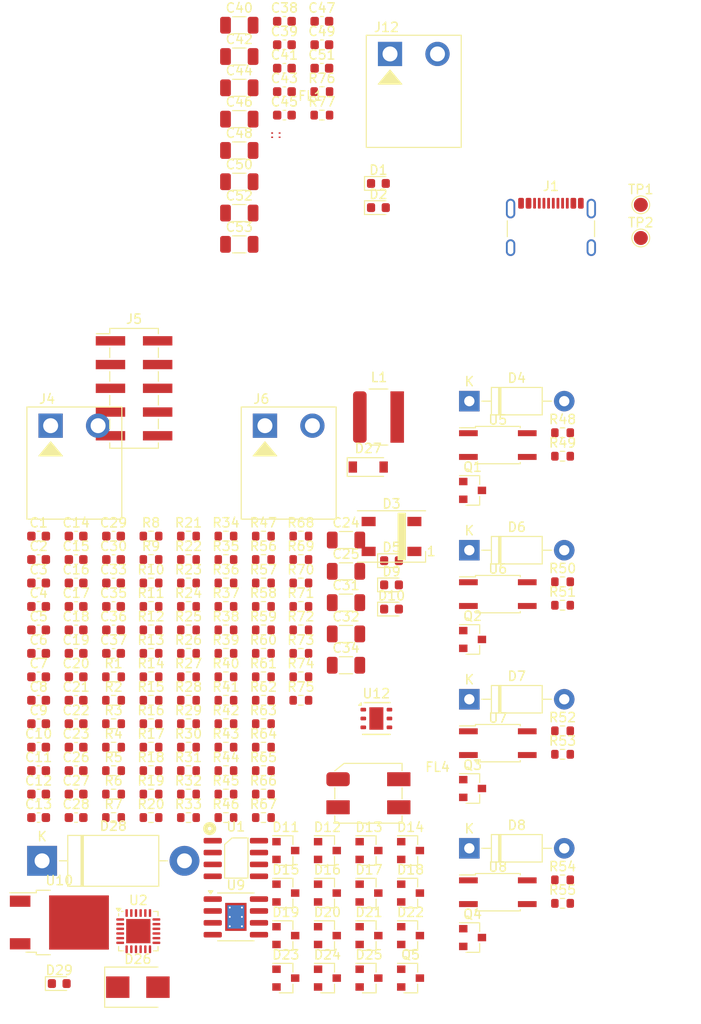
<source format=kicad_pcb>
(kicad_pcb (version 20240108) (generator "pcbnew") (generator_version "8.0")
  (layers (0 "F.Cu" signal) (31 "B.Cu" signal) (34 "B.Paste" user) (35 "F.Paste" user) (36 "B.SilkS" user "B.Silkscreen") (37 "F.SilkS" user "F.Silkscreen") (38 "B.Mask" user) (39 "F.Mask" user) (44 "Edge.Cuts" user))
  (net 0 "")
  (net 1 "+3V3")
  (net 2 "GND")
  (net 3 "VBUS")
  (net 4 "+BATT")
  (net 5 "Net-(U1-VCC)")
  (net 6 "/MCU/MCU_RST")
  (net 7 "Net-(U4-OSC32_OUT)")
  (net 8 "Net-(C24-Pad2)")
  (net 9 "Net-(C29-Pad2)")
  (net 10 "Net-(D28-K)")
  (net 11 "+5V")
  (net 12 "/Dry Contact_1/DRY_V")
  (net 13 "Net-(D4-A)")
  (net 14 "Net-(D5-A)")
  (net 15 "/Dry Contact_2/DRY_V")
  (net 16 "Net-(D6-A)")
  (net 17 "/Dry Contact_3/DRY_V")
  (net 18 "Net-(D7-A)")
  (net 19 "/Dry Contact_4/DRY_V")
  (net 20 "Net-(D8-A)")
  (net 21 "Net-(D9-A)")
  (net 22 "Net-(D10-A)")
  (net 23 "/EXT_CAN_N")
  (net 24 "/EXT_CAN_P")
  (net 25 "/USB_IN_DN")
  (net 26 "/USB_IN_DP")
  (net 27 "/OUT_DIG5")
  (net 28 "/OUT_DIG6")
  (net 29 "/OUT_DIG3")
  (net 30 "/OUT_DIG4")
  (net 31 "/OUT_DIG1")
  (net 32 "/OUT_DIG2")
  (net 33 "/OUT_PWM5")
  (net 34 "/OUT_PWM6")
  (net 35 "Net-(U4-OSC32_IN)")
  (net 36 "/OUT_PWM4")
  (net 37 "/OUT_PWM1")
  (net 38 "/OUT_PWM2")
  (net 39 "/IN_AN5")
  (net 40 "/IN_AN6")
  (net 41 "/IN_AN3")
  (net 42 "/IN_AN4")
  (net 43 "/IN_AN1")
  (net 44 "/IN_AN2")
  (net 45 "/IN_DIG5")
  (net 46 "/IN_DIG6")
  (net 47 "GNDA")
  (net 48 "/IN_DIG4")
  (net 49 "/IN_DIG1")
  (net 50 "/IN_DIG2")
  (net 51 "/VCAP4")
  (net 52 "/RS485_EXT_A")
  (net 53 "/VCAP3")
  (net 54 "/VCAP2")
  (net 55 "Net-(U9-VIN)")
  (net 56 "Net-(D27-A)")
  (net 57 "Net-(U9-SS)")
  (net 58 "Net-(U9-COMP)")
  (net 59 "Net-(U9-BOOT)")
  (net 60 "Net-(C39-Pad1)")
  (net 61 "GNDD")
  (net 62 "Net-(C43-Pad1)")
  (net 63 "Net-(U15-VCAP1)")
  (net 65 "/MCU/LED_DI")
  (net 66 "/Interfaces/VIN")
  (net 67 "/Interfaces/GND_IN")
  (net 68 "/Power/VIN")
  (net 69 "Net-(Q1-B)")
  (net 70 "GND1")
  (net 71 "Net-(Q2-B)")
  (net 72 "Net-(Q3-B)")
  (net 73 "Net-(Q4-B)")
  (net 74 "Net-(D1-A)")
  (net 75 "Net-(D2-A)")
  (net 76 "Net-(D29-A)")
  (net 77 "/OUT_DRY1")
  (net 78 "/MCU/RS485_A")
  (net 79 "/OUT_DRY2")
  (net 80 "/MCU/RS485_B")
  (net 81 "/OUT_DRY3")
  (net 82 "Net-(U1-RO)")
  (net 83 "/OUT_DRY4")
  (net 96 "/MCU/RX0_3V3")
  (net 97 "Net-(U1-DI)")
  (net 98 "/MCU/TX0_3V3")
  (net 99 "Net-(U2-VBUS)")
  (net 100 "Net-(U2-~{RST})")
  (net 101 "Net-(U2-RXT{slash}IO1)")
  (net 102 "Net-(U2-TXT{slash}IO0)")
  (net 103 "Net-(U2-~{SUSPEND})")
  (net 104 "Net-(U3-~{WDO})")
  (net 105 "/MCU/OUT_DIG1")
  (net 106 "Net-(U4-PC0)")
  (net 107 "Net-(U4-PC1)")
  (net 108 "/MCU/OUT_DIG2")
  (net 109 "/MCU/OUT_DIG3")
  (net 110 "Net-(U4-PC2)")
  (net 111 "/MCU/OUT_DIG4")
  (net 112 "Net-(U4-PC3)")
  (net 113 "/MCU/SDA")
  (net 114 "/MCU/SCL")
  (net 115 "Net-(U4-PC4)")
  (net 116 "/MCU/OUT_DIG5")
  (net 117 "Net-(U4-PC5)")
  (net 118 "/MCU/OUT_DIG6")
  (net 119 "Net-(U4-PC6)")
  (net 120 "Net-(R48-Pad2)")
  (net 121 "Net-(R49-Pad1)")
  (net 122 "Net-(R50-Pad2)")
  (net 123 "Net-(R51-Pad1)")
  (net 124 "Net-(R52-Pad2)")
  (net 125 "Net-(R53-Pad1)")
  (net 126 "Net-(R54-Pad2)")
  (net 127 "Net-(R55-Pad1)")
  (net 128 "/MCU/IN_DIG1")
  (net 129 "/MCU/IN_DIG2")
  (net 130 "Net-(U4-PC7)")
  (net 131 "/MCU/IN_DIG3")
  (net 132 "Net-(U4-PC8)")
  (net 133 "/MCU/IN_DIG4")
  (net 134 "Net-(U4-PC9)")
  (net 135 "Net-(U4-PC10)")
  (net 136 "/MCU/IN_DIG5")
  (net 137 "/MCU/IN_DIG6")
  (net 138 "Net-(U4-PC11)")
  (net 139 "/MCU/OUT_PWM1")
  (net 140 "Net-(U4-PA0)")
  (net 141 "/MCU/OUT_PWM2")
  (net 142 "Net-(U4-PA1)")
  (net 143 "/MCU/OUT_PWM3")
  (net 144 "Net-(U4-PA2)")
  (net 145 "Net-(U4-PA3)")
  (net 146 "/MCU/OUT_PWM4")
  (net 147 "/MCU/OUT_PWM5")
  (net 148 "Net-(U4-PA4)")
  (net 149 "/USB_DP")
  (net 150 "/USB_DN")
  (net 151 "/MCU/SP1_SCK")
  (net 152 "Net-(U4-PA5)")
  (net 153 "/MCU/SP1_MISO")
  (net 154 "Net-(U4-PA6)")
  (net 155 "/MCU/SP1_MOSI")
  (net 156 "Net-(U4-PA7)")
  (net 157 "/MCU/SPI_ADC1_CS")
  (net 158 "Net-(U4-PA8)")
  (net 159 "Net-(U15-GPIO4)")
  (net 160 "Net-(U15-GPIO3)")
  (net 161 "Net-(U12-ADDR)")
  (net 162 "Net-(U4-PA9)")
  (net 163 "/MCU/SPI_ADC2_CS")
  (net 164 "/MCU/OUT_PWM6")
  (net 165 "Net-(U4-PA12)")
  (net 166 "/MCU/JTMS")
  (net 167 "Net-(U4-PA13)")
  (net 168 "/MCU/JTCK")
  (net 169 "Net-(U4-PA14)")
  (net 170 "Net-(U4-PA15)")
  (net 171 "/MCU/JTDI")
  (net 172 "/MCU/OUT_DRY1")
  (net 173 "Net-(U4-PB11)")
  (net 174 "Net-(U4-PB12)")
  (net 175 "/MCU/OUT_DRY2")
  (net 176 "/MCU/OUT_DRY3")
  (net 177 "Net-(U4-PB13)")
  (net 178 "Net-(U4-PB14)")
  (net 179 "/MCU/OUT_DRY4")
  (net 180 "/MCU/WDI_IN")
  (net 181 "Net-(U4-PB0)")
  (net 182 "Net-(U4-PB1)")
  (net 183 "/MCU/WDI_EN")
  (net 184 "/MCU/JTDO")
  (net 185 "Net-(U4-PB3)")
  (net 186 "Net-(U4-PB4)")
  (net 187 "Net-(U9-VSENSE)")
  (net 188 "/MCU/LED1")
  (net 189 "/MCU/LED2")
  (net 190 "Net-(U15-GPIO2)")
  (net 191 "Net-(U15-GPIO1)")
  (net 192 "/MCU/RS485")
  (net 198 "/MCU/DTR")
  (net 199 "/MCU/USB_DN")
  (net 201 "/MCU/USB_DP")
  (net 202 "/MCU/RTS")
  (net 212 "/Interfaces/JTRST")
  (net 214 "/Interfaces/JTDI")
  (net 215 "/Interfaces/JTMS")
  (net 216 "/Interfaces/JTDO")
  (net 217 "/Interfaces/JTCK")
  (net 218 "Net-(U15-TESTN)")
  (net 219 "Net-(U15-TESTP)")
  (footprint "Diode_THT:D_DO-41_SOD81_P10.16mm_Horizontal" (layer "F.Cu") (at 62.195 90.41)
    (property "Reference" "D6" (at 5.08 -2.47 0) (layer "F.SilkS"))
    (property "Value" "1N47xxA")
    (fp_text user "K" (at 0 -2.1 0) (layer "F.SilkS"))
    (pad "1" thru_hole rect (at 0 0) (size 2.2 2.2) (drill 1.1) (layers "*.Cu" "*.Mask") (net 15 "/Dry Contact_2/DRY_V"))
    (pad "2" thru_hole oval (at 10.16 0) (size 2.2 2.2) (drill 1.1) (layers "*.Cu" "*.Mask") (net 16 "Net-(D6-A)"))
  )
  (footprint "Capacitor_SMD:C_1206_3216Metric" (layer "F.Cu") (at 37.5725 34.23)
    (property "Reference" "C40" (at 0 -1.85 0) (layer "F.SilkS"))
    (property "Value" "22uF")
    (pad "1" smd roundrect (at -1.475 0) (size 1.15 1.8) (layers "F.Cu" "F.Paste" "F.Mask") (roundrect_rratio 0.217391) (net 60 "Net-(C39-Pad1)"))
    (pad "2" smd roundrect (at 1.475 0) (size 1.15 1.8) (layers "F.Cu" "F.Paste" "F.Mask") (roundrect_rratio 0.217391) (net 61 "GNDD"))
  )
  (footprint "Resistor_SMD:R_0603_1608Metric" (layer "F.Cu") (at 36.145 91.41)
    (property "Reference" "R35" (at 0 -1.43 0) (layer "F.SilkS"))
    (property "Value" "100")
    (pad "1" smd roundrect (at -0.825 0) (size 0.8 0.95) (layers "F.Cu" "F.Paste" "F.Mask") (net 141 "/MCU/OUT_PWM2"))
    (pad "2" smd roundrect (at 0.825 0) (size 0.8 0.95) (layers "F.Cu" "F.Paste" "F.Mask") (net 142 "Net-(U4-PA1)"))
  )
  (footprint "Connectors:WURTH-691312510002" (layer "F.Cu") (at 14.84 73.085)
    (property "Reference" "J4" (at 2.159 1.143 0) (layer "F.SilkS"))
    (property "Value" "1x02")
    (pad "1" thru_hole rect (at 2.54 4) (size 2.6 2.6) (drill 1.6) (layers "*.Cu" "*.Mask") (net 66 "/Interfaces/VIN"))
    (pad "2" thru_hole circle (at 7.62 4) (size 2.6 2.6) (drill 1.6) (layers "*.Cu" "*.Mask") (net 67 "/Interfaces/GND_IN"))
  )
  (footprint "Resistor_SMD:R_0603_1608Metric" (layer "F.Cu") (at 28.125 116.51)
    (property "Reference" "R19" (at 0 -1.43 0) (layer "F.SilkS"))
    (property "Value" "100")
    (pad "1" smd roundrect (at -0.825 0) (size 0.8 0.95) (layers "F.Cu" "F.Paste" "F.Mask"))
    (pad "2" smd roundrect (at 0.825 0) (size 0.8 0.95) (layers "F.Cu" "F.Paste" "F.Mask"))
  )
  (footprint "Resistor_SMD:R_0603_1608Metric" (layer "F.Cu") (at 72.175 96.3)
    (property "Reference" "R51" (at 0 -1.43 0) (layer "F.SilkS"))
    (property "Value" "120Ω")
    (pad "1" smd roundrect (at -0.825 0) (size 0.8 0.95) (layers "F.Cu" "F.Paste" "F.Mask") (net 123 "Net-(R51-Pad1)"))
    (pad "2" smd roundrect (at 0.825 0) (size 0.8 0.95) (layers "F.Cu" "F.Paste" "F.Mask") (net 79 "/OUT_DRY2"))
  )
  (footprint "Resistor_SMD:R_0603_1608Metric" (layer "F.Cu") (at 44.165 96.43)
    (property "Reference" "R71" (at 0 -1.43 0) (layer "F.SilkS"))
    (property "Value" "8.2KΩ")
    (pad "1" smd roundrect (at -0.825 0) (size 0.8 0.95) (layers "F.Cu" "F.Paste" "F.Mask") (net 187 "Net-(U9-VSENSE)"))
    (pad "2" smd roundrect (at 0.825 0) (size 0.8 0.95) (layers "F.Cu" "F.Paste" "F.Mask") (net 2 "GND"))
  )
  (footprint "Resistor_SMD:R_0603_1608Metric" (layer "F.Cu") (at 28.125 101.45)
    (property "Reference" "R13" (at 0 -1.43 0) (layer "F.SilkS"))
    (property "Value" "10KΩ")
    (pad "1" smd roundrect (at -0.825 0) (size 0.8 0.95) (layers "F.Cu" "F.Paste" "F.Mask") (net 6 "/MCU/MCU_RST"))
    (pad "2" smd roundrect (at 0.825 0) (size 0.8 0.95) (layers "F.Cu" "F.Paste" "F.Mask") (net 1 "+3V3"))
  )
  (footprint "TestPoint:TestPoint_Pad_D1.5mm" (layer "F.Cu") (at 80.55 53.45)
    (property "Reference" "TP1" (at 0 -1.648 0) (layer "F.SilkS"))
    (property "Value" "TestPoint_1.5mm")
    (pad "1" smd circle (at 0 0) (size 1.5 1.5) (layers "F.Cu" "F.Mask") (net 218 "Net-(U15-TESTN)"))
  )
  (footprint "Capacitor_SMD:C_0603_1608Metric" (layer "F.Cu") (at 24.115 93.92)
    (property "Reference" "C33" (at 0 -1.43 0) (layer "F.SilkS"))
    (property "Value" "100nF")
    (pad "1" smd roundrect (at -0.775 0) (size 0.9 0.95) (layers "F.Cu" "F.Paste" "F.Mask") (net 11 "+5V"))
    (pad "2" smd roundrect (at 0.775 0) (size 0.9 0.95) (layers "F.Cu" "F.Paste" "F.Mask") (net 2 "GND"))
  )
  (footprint "Package_SO:SOIC-8-1EP_3.9x4.9mm_P1.27mm_EP2.29x3mm_ThermalVias" (layer "F.Cu") (at 37.205 129.65)
    (property "Reference" "U9" (at 0 -3.4 0) (layer "F.SilkS"))
    (property "Value" "TPS54331DR")
    (pad "1" smd roundrect (at -2.475 -1.905) (size 1.95 0.6) (layers "F.Cu" "F.Paste" "F.Mask") (net 59 "Net-(U9-BOOT)"))
    (pad "2" smd roundrect (at -2.475 -0.635) (size 1.95 0.6) (layers "F.Cu" "F.Paste" "F.Mask") (net 55 "Net-(U9-VIN)"))
    (pad "3" smd roundrect (at -2.475 0.635) (size 1.95 0.6) (layers "F.Cu" "F.Paste" "F.Mask"))
    (pad "4" smd roundrect (at -2.475 1.905) (size 1.95 0.6) (layers "F.Cu" "F.Paste" "F.Mask") (net 57 "Net-(U9-SS)"))
    (pad "5" smd roundrect (at 2.475 1.905) (size 1.95 0.6) (layers "F.Cu" "F.Paste" "F.Mask") (net 187 "Net-(U9-VSENSE)"))
    (pad "6" smd roundrect (at 2.475 0.635) (size 1.95 0.6) (layers "F.Cu" "F.Paste" "F.Mask") (net 58 "Net-(U9-COMP)"))
    (pad "7" smd roundrect (at 2.475 -0.635) (size 1.95 0.6) (layers "F.Cu" "F.Paste" "F.Mask") (net 2 "GND"))
    (pad "8" smd roundrect (at 2.475 -1.905) (size 1.95 0.6) (layers "F.Cu" "F.Paste" "F.Mask") (net 10 "Net-(D28-K)"))
    (pad "9" thru_hole circle (at -0.65 -1) (size 0.5 0.5) (drill 0.2) (property pad_prop_heatsink) (layers "*.Cu") (net 2 "GND"))
    (pad "9" thru_hole circle (at -0.65 0) (size 0.5 0.5) (drill 0.2) (property pad_prop_heatsink) (layers "*.Cu") (net 2 "GND"))
    (pad "9" thru_hole circle (at -0.65 1) (size 0.5 0.5) (drill 0.2) (property pad_prop_heatsink) (layers "*.Cu") (net 2 "GND"))
    (pad "9" smd rect (at 0 0) (size 1.8 2.5) (property pad_prop_heatsink) (layers "B.Cu") (net 2 "GND"))
    (pad "9" smd rect (at 0 0) (size 2.29 3) (property pad_prop_heatsink) (layers "F.Cu" "F.Mask") (net 2 "GND"))
    (pad "9" thru_hole circle (at 0.65 -1) (size 0.5 0.5) (drill 0.2) (property pad_prop_heatsink) (layers "*.Cu") (net 2 "GND"))
    (pad "9" thru_hole circle (at 0.65 0) (size 0.5 0.5) (drill 0.2) (property pad_prop_heatsink) (layers "*.Cu") (net 2 "GND"))
    (pad "9" thru_hole circle (at 0.65 1) (size 0.5 0.5) (drill 0.2) (property pad_prop_heatsink) (layers "*.Cu") (net 2 "GND"))
  )
  (footprint "Inductors:ChokeSMD_ACM7060" (layer "F.Cu") (at 51.395 116.42)
    (property "Reference" "FL4" (at 7.4 -2.8 0) (layer "F.SilkS"))
    (property "Value" "ACM7060-701-2PL-TL01")
    (pad "1" smd roundrect (at -3.25 -1.5 90) (size 1.5 2.5) (layers "F.Cu" "F.Paste" "F.Mask") (net 68 "/Power/VIN"))
    (pad "2" smd roundrect (at -3.25 1.5 90) (size 1.5 2.5) (layers "F.Cu" "F.Paste" "F.Mask") (roundrect_rratio 0.037) (net 67 "/Interfaces/GND_IN"))
    (pad "3" smd roundrect (at 3.25 1.5 90) (size 1.5 2.5) (layers "F.Cu" "F.Paste" "F.Mask") (roundrect_rratio 0.037) (net 8 "Net-(C24-Pad2)"))
    (pad "4" smd roundrect (at 3.25 -1.5 90) (size 1.5 2.5) (layers "F.Cu" "F.Paste" "F.Mask") (roundrect_rratio 0.037) (net 55 "Net-(U9-VIN)"))
  )
  (footprint "Resistor_SMD:R_0603_1608Metric" (layer "F.Cu") (at 46.4125 41.34)
    (property "Reference" "R76" (at 0 -1.43 0) (layer "F.SilkS"))
    (property "Value" "10KΩ")
    (pad "1" smd roundrect (at -0.825 0) (size 0.8 0.95) (layers "F.Cu" "F.Paste" "F.Mask") (net 190 "Net-(U15-GPIO2)"))
    (pad "2" smd roundrect (at 0.825 0) (size 0.8 0.95) (layers "F.Cu" "F.Paste" "F.Mask") (net 61 "GNDD"))
  )
  (footprint "Semiconductors:SOT-23" (layer "F.Cu") (at 47.005 127.1)
    (property "Reference" "D16" (at 0 -2.5 0) (layer "F.SilkS"))
    (property "Value" "PESD3V3L2BT" (hide yes))
    (pad "1" smd rect (at -1 -0.95) (size 0.9 0.8) (layers "F.Cu" "F.Paste" "F.Mask") (net 34 "/OUT_PWM6"))
    (pad "2" smd rect (at -1 0.95) (size 0.9 0.8) (layers "F.Cu" "F.Paste" "F.Mask") (net 2 "GND"))
    (pad "3" smd rect (at 1 0) (size 0.9 0.8) (layers "F.Cu" "F.Paste" "F.Mask") (net 33 "/OUT_PWM5"))
  )
  (footprint "Resistor_SMD:R_0603_1608Metric" (layer "F.Cu") (at 28.125 91.41)
    (property "Reference" "R9" (at 0 -1.43 0) (layer "F.SilkS"))
    (property "Value" "470Ω")
    (pad "1" smd roundrect (at -0.825 0) (size 0.8 0.95) (layers "F.Cu" "F.Paste" "F.Mask") (net 101 "Net-(U2-RXT{slash}IO1)"))
    (pad "2" smd roundrect (at 0.825 0) (size 0.8 0.95) (layers "F.Cu" "F.Paste" "F.Mask") (net 74 "Net-(D1-A)"))
  )
  (footprint "Capacitor_SMD:C_0603_1608Metric" (layer "F.Cu") (at 16.095 96.43)
    (property "Reference" "C4" (at 0 -1.43 0) (layer "F.SilkS"))
    (property "Value" "1uF")
    (pad "1" smd roundrect (at -0.775 0) (size 0.9 0.95) (layers "F.Cu" "F.Paste" "F.Mask") (net 3 "VBUS"))
    (pad "2" smd roundrect (at 0.775 0) (size 0.9 0.95) (layers "F.Cu" "F.Paste" "F.Mask") (net 2 "GND"))
  )
  (footprint "Resistor_SMD:R_0603_1608Metric" (layer "F.Cu") (at 32.135 106.47)
    (property "Reference" "R28" (at 0 -1.43 0) (layer "F.SilkS"))
    (property "Value" "100")
    (pad "1" smd roundrect (at -0.825 0) (size 0.8 0.95) (layers "F.Cu" "F.Paste" "F.Mask") (net 128 "/MCU/IN_DIG1"))
    (pad "2" smd roundrect (at 0.825 0) (size 0.8 0.95) (layers "F.Cu" "F.Paste" "F.Mask") (net 119 "Net-(U4-PC6)"))
  )
  (footprint "Resistor_SMD:R_0603_1608Metric" (layer "F.Cu") (at 32.135 111.49)
    (property "Reference" "R30" (at 0 -1.43 0) (layer "F.SilkS"))
    (property "Value" "100")
    (pad "1" smd roundrect (at -0.825 0) (size 0.8 0.95) (layers "F.Cu" "F.Paste" "F.Mask") (net 131 "/MCU/IN_DIG3"))
    (pad "2" smd roundrect (at 0.825 0) (size 0.8 0.95) (layers "F.Cu" "F.Paste" "F.Mask") (net 132 "Net-(U4-PC8)"))
  )
  (footprint "Semiconductors:SOT-23" (layer "F.Cu") (at 51.455 122.55)
    (property "Reference" "D13" (at 0 -2.5 0) (layer "F.SilkS"))
    (property "Value" "PESD3V3L2BT" (hide yes))
    (pad "1" smd rect (at -1 -0.95) (size 0.9 0.8) (layers "F.Cu" "F.Paste" "F.Mask") (net 28 "/OUT_DIG6"))
    (pad "2" smd rect (at -1 0.95) (size 0.9 0.8) (layers "F.Cu" "F.Paste" "F.Mask") (net 2 "GND"))
    (pad "3" smd rect (at 1 0) (size 0.9 0.8) (layers "F.Cu" "F.Paste" "F.Mask") (net 27 "/OUT_DIG5"))
  )
  (footprint "Resistor_SMD:R_0603_1608Metric" (layer "F.Cu") (at 40.155 98.94)
    (property "Reference" "R59" (at 0 -1.43 0) (layer "F.SilkS"))
    (property "Value" "100")
    (pad "1" smd roundrect (at -0.825 0) (size 0.8 0.95) (layers "F.Cu" "F.Paste" "F.Mask") (net 171 "/MCU/JTDI"))
    (pad "2" smd roundrect (at 0.825 0) (size 0.8 0.95) (layers "F.Cu" "F.Paste" "F.Mask") (net 170 "Net-(U4-PA15)"))
  )
  (footprint "Resistor_SMD:R_0603_1608Metric" (layer "F.Cu") (at 36.145 111.49)
    (property "Reference" "R43" (at 0 -1.43 0) (layer "F.SilkS"))
    (property "Value" "10KΩ")
    (pad "1" smd roundrect (at -0.825 0) (size 0.8 0.95) (layers "F.Cu" "F.Paste" "F.Mask") (net 159 "Net-(U15-GPIO4)"))
    (pad "2" smd roundrect (at 0.825 0) (size 0.8 0.95) (layers "F.Cu" "F.Paste" "F.Mask") (net 61 "GNDD"))
  )
  (footprint "Transistors:SOT-23" (layer "F.Cu") (at 62.545 115.91)
    (property "Reference" "Q3" (at 0 -2.5 0) (layer "F.SilkS"))
    (property "Value" "MMSS8050-H-TP")
    (pad "1" smd rect (at -1 -0.95) (size 0.9 0.8) (layers "F.Cu" "F.Paste" "F.Mask") (net 72 "Net-(Q3-B)"))
    (pad "2" smd rect (at -1 0.95) (size 0.9 0.8) (layers "F.Cu" "F.Paste" "F.Mask") (net 70 "GND1"))
    (pad "3" smd rect (at 1 0) (size 0.9 0.8) (layers "F.Cu" "F.Paste" "F.Mask") (net 18 "Net-(D7-A)"))
  )
  (footprint "Capacitor_SMD:C_0603_1608Metric" (layer "F.Cu") (at 20.105 106.47)
    (property "Reference" "C21" (at 0 -1.43 0) (layer "F.SilkS"))
    (property "Value" "100nF")
    (pad "1" smd roundrect (at -0.775 0) (size 0.9 0.95) (layers "F.Cu" "F.Paste" "F.Mask") (net 1 "+3V3"))
    (pad "2" smd roundrect (at 0.775 0) (size 0.9 0.95) (layers "F.Cu" "F.Paste" "F.Mask") (net 2 "GND"))
  )
  (footprint "Resistor_SMD:R_0603_1608Metric" (layer "F.Cu") (at 24.115 108.98)
    (property "Reference" "R3" (at 0 -1.43 0) (layer "F.SilkS"))
    (property "Value" "0")
    (pad "1" smd roundrect (at -0.825 0) (size 0.8 0.95) (layers "F.Cu" "F.Paste" "F.Mask") (net 11 "+5V"))
    (pad "2" smd roundrect (at 0.825 0) (size 0.8 0.95) (layers "F.Cu" "F.Paste" "F.Mask") (net 5 "Net-(U1-VCC)"))
  )
  (footprint "Resistor_SMD:R_0603_1608Metric" (layer "F.Cu") (at 40.155 116.51)
    (property "Reference" "R66" (at 0 -1.43 0) (layer "F.SilkS"))
    (property "Value" "100")
    (pad "1" smd roundrect (at -0.825 0) (size 0.8 0.95) (layers "F.Cu" "F.Paste" "F.Mask") (net 185 "Net-(U4-PB3)"))
    (pad "2" smd roundrect (at 0.825 0) (size 0.8 0.95) (layers "F.Cu" "F.Paste" "F.Mask") (net 184 "/MCU/JTDO"))
  )
  (footprint "Semiconductors:SOT-23" (layer "F.Cu") (at 42.555 127.1)
    (property "Reference" "D15" (at 0 -2.5 0) (layer "F.SilkS"))
    (property "Value" "PESD3V3L2BT" (hide yes))
    (pad "1" smd rect (at -1 -0.95) (size 0.9 0.8) (layers "F.Cu" "F.Paste" "F.Mask") (net 32 "/OUT_DIG2"))
    (pad "2" smd rect (at -1 0.95) (size 0.9 0.8) (layers "F.Cu" "F.Paste" "F.Mask") (net 2 "GND"))
    (pad "3" smd rect (at 1 0) (size 0.9 0.8) (layers "F.Cu" "F.Paste" "F.Mask") (net 31 "/OUT_DIG1"))
  )
  (footprint "Resistor_SMD:R_0603_1608Metric" (layer "F.Cu") (at 36.145 108.98)
    (property "Reference" "R42" (at 0 -1.43 0) (layer "F.SilkS"))
    (property "Value" "100")
    (pad "1" smd roundrect (at -0.825 0) (size 0.8 0.95) (layers "F.Cu" "F.Paste" "F.Mask") (net 157 "/MCU/SPI_ADC1_CS"))
    (pad "2" smd roundrect (at 0.825 0) (size 0.8 0.95) (layers "F.Cu" "F.Paste" "F.Mask") (net 158 "Net-(U4-PA8)"))
  )
  (footprint "Resistor_SMD:R_0603_1608Metric" (layer "F.Cu") (at 32.135 91.41)
    (property "Reference" "R22" (at 0 -1.43 0) (layer "F.SilkS"))
    (property "Value" "100")
    (pad "1" smd roundrect (at -0.825 0) (size 0.8 0.95) (layers "F.Cu" "F.Paste" "F.Mask") (net 109 "/MCU/OUT_DIG3"))
    (pad "2" smd roundrect (at 0.825 0) (size 0.8 0.95) (layers "F.Cu" "F.Paste" "F.Mask") (net 110 "Net-(U4-PC2)"))
  )
  (footprint "LED_SMD:LED_0603_1608Metric" (layer "F.Cu") (at 53.865 91.53)
    (property "Reference" "D5" (at 0 -1.43 0) (layer "F.SilkS"))
    (property "Value" "150060RS55040")
    (pad "1" smd roundrect (at -0.7875 0) (size 0.875 0.95) (layers "F.Cu" "F.Paste" "F.Mask") (net 14 "Net-(D5-A)"))
    (pad "2" smd roundrect (at 0.7875 0) (size 0.875 0.95) (layers "F.Cu" "F.Paste" "F.Mask") (net 2 "GND"))
  )
  (footprint "Capacitor_SMD:C_1206_3216Metric" (layer "F.Cu") (at 48.995 89.32)
    (property "Reference" "C24" (at 0 -1.85 0) (layer "F.SilkS"))
    (property "Value" "10uF")
    (pad "1" smd roundrect (at -1.475 0) (size 1.15 1.8) (layers "F.Cu" "F.Paste" "F.Mask") (roundrect_rratio 0.217391) (net 55 "Net-(U9-VIN)"))
    (pad "2" smd roundrect (at 1.475 0) (size 1.15 1.8) (layers "F.Cu" "F.Paste" "F.Mask") (roundrect_rratio 0.217391) (net 8 "Net-(C24-Pad2)"))
  )
  (footprint "Optical:LED_WS2812B_PLCC4_5.0x5.0mm_P3.2mm" (layer "F.Cu") (at 53.865 88.94)
    (property "Reference" "D3" (at 0 -3.5 0) (layer "F.SilkS"))
    (property "Value" "WS2812B")
    (fp_text user "1" (at 4.25 1.6 0) (layer "F.SilkS"))
    (pad "1" smd rect (at 2.45 1.6) (size 1.5 1) (layers "F.Cu" "F.Paste" "F.Mask"))
    (pad "2" smd rect (at 2.45 -1.6) (size 1.5 1) (layers "F.Cu" "F.Paste" "F.Mask") (net 2 "GND"))
    (pad "3" smd rect (at -2.45 -1.6) (size 1.5 1) (layers "F.Cu" "F.Paste" "F.Mask") (net 65 "/MCU/LED_DI"))
    (pad "4" smd rect (at -2.45 1.6) (size 1.5 1) (layers "F.Cu" "F.Paste" "F.Mask") (net 11 "+5V"))
  )
  (footprint "Capacitor_SMD:C_1206_3216Metric" (layer "F.Cu") (at 48.995 96.02)
    (property "Reference" "C31" (at 0 -1.85 0) (layer "F.SilkS"))
    (property "Value" "47uF")
    (pad "1" smd roundrect (at -1.475 0) (size 1.15 1.8) (layers "F.Cu" "F.Paste" "F.Mask") (roundrect_rratio 0.217391) (net 11 "+5V"))
    (pad "2" smd roundrect (at 1.475 0) (size 1.15 1.8) (layers "F.Cu" "F.Paste" "F.Mask") (roundrect_rratio 0.217391) (net 2 "GND"))
  )
  (footprint "Transistors:SOT-23" (layer "F.Cu") (at 55.905 136.2)
    (property "Reference" "Q5" (at 0 -2.5 0) (layer "F.SilkS"))
    (property "Value" "SI2347DS-T1-GE3")
    (pad "1" smd rect (at -1 -0.95) (size 0.9 0.8) (layers "F.Cu" "F.Paste" "F.Mask") (net 56 "Net-(D27-A)"))
    (pad "2" smd rect (at -1 0.95) (size 0.9 0.8) (layers "F.Cu" "F.Paste" "F.Mask") (net 68 "/Power/VIN"))
    (pad "3" smd rect (at 1 0) (size 0.9 0.8) (layers "F.Cu" "F.Paste" "F.Mask") (net 66 "/Interfaces/VIN"))
  )
  (footprint "Capacitor_SMD:C_0603_1608Metric" (layer "F.Cu") (at 46.4125 33.81)
    (property "Reference" "C47" (at 0 -1.43 0) (layer "F.SilkS"))
    (property "Value" "1uF")
    (pad "1" smd roundrect (at -0.775 0) (size 0.9 0.95) (layers "F.Cu" "F.Paste" "F.Mask") (net 62 "Net-(C43-Pad1)"))
    (pad "2" smd roundrect (at 0.775 0) (size 0.9 0.95) (layers "F.Cu" "F.Paste" "F.Mask") (net 47 "GNDA"))
  )
  (footprint "Package_SON:Texas_PWSON-N6" (layer "F.Cu") (at 52.245 108.42)
    (property "Reference" "U12" (at 0 -2.67 0) (layer "F.SilkS"))
    (property "Value" "HDC2080")
    (pad "1" smd roundrect (at -1.4 -0.95) (size 0.6 0.4) (layers "F.Cu" "F.Paste" "F.Mask") (net 113 "/MCU/SDA"))
    (pad "2" smd roundrect (at -1.4 0) (size 0.6 0.4) (layers "F.Cu" "F.Paste" "F.Mask") (net 2 "GND"))
    (pad "3" smd roundrect (at -1.4 0.95) (size 0.6 0.4) (layers "F.Cu" "F.Paste" "F.Mask") (net 161 "Net-(U12-ADDR)"))
    (pad "4" smd roundrect (at 1.4 0.95) (size 0.6 0.4) (layers "F.Cu" "F.Paste" "F.Mask"))
    (pad "5" smd roundrect (at 1.4 0) (size 0.6 0.4) (layers "F.Cu" "F.Paste" "F.Mask") (net 1 "+3V3"))
    (pad "6" smd roundrect (at 1.4 -0.95) (size 0.6 0.4) (layers "F.Cu" "F.Paste" "F.Mask") (net 114 "/MCU/SCL"))
    (pad "7" smd rect (at 0 0) (size 1.5 2.4) (layers "F.Cu" "F.Mask"))
  )
  (footprint "Semiconductors:SOT-23" (layer "F.Cu") (at 47.005 131.65)
    (property "Reference" "D20" (at 0 -2.5 0) (layer "F.SilkS"))
    (property "Value" "PESD3V3L2BT" (hide yes))
    (pad "1" smd rect (at -1 -0.95) (size 0.9 0.8) (layers "F.Cu" "F.Paste" "F.Mask") (net 42 "/IN_AN4"))
    (pad "2" smd rect (at -1 0.95) (size 0.9 0.8) (layers "F.Cu" "F.Paste" "F.Mask") (net 2 "GND"))
    (pad "3" smd rect (at 1 0) (size 0.9 0.8) (layers "F.Cu" "F.Paste" "F.Mask") (net 41 "/IN_AN3"))
  )
  (footprint "Resistor_SMD:R_0603_1608Metric" (layer "F.Cu") (at 36.145 101.45)
    (property "Reference" "R39" (at 0 -1.43 0) (layer "F.SilkS"))
    (property "Value" "100")
    (pad "1" smd roundrect (at -0.825 0) (size 0.8 0.95) (layers "F.Cu" "F.Paste" "F.Mask") (net 151 "/MCU/SP1_SCK"))
    (pad "2" smd roundrect (at 0.825 0) (size 0.8 0.95) (layers "F.Cu" "F.Paste" "F.Mask") (net 152 "Net-(U4-PA5)"))
  )
  (footprint "Connectors:PinHeader_2x05_P2.54mm_Vertical_SMD" (layer "F.Cu") (at 26.31 73.085)
    (property "Reference" "J5" (at 0 -7.41 0) (layer "F.SilkS"))
    (property "Value" "Conn_ARM_JTAG_SWD_10")
    (pad "1" smd rect (at -2.525 -5.08) (size 3.15 1) (layers "F.Cu" "F.Paste" "F.Mask") (net 1 "+3V3"))
    (pad "2" smd rect (at 2.525 -5.08) (size 3.15 1) (layers "F.Cu" "F.Paste" "F.Mask") (net 215 "/Interfaces/JTMS"))
    (pad "3" smd rect (at -2.525 -2.54) (size 3.15 1) (layers "F.Cu" "F.Paste" "F.Mask") (net 2 "GND"))
    (pad "4" smd rect (at 2.525 -2.54) (size 3.15 1) (layers "F.Cu" "F.Paste" "F.Mask") (net 217 "/Interfaces/JTCK"))
    (pad "5" smd rect (at -2.525 0) (size 3.15 1) (layers "F.Cu" "F.Paste" "F.Mask") (net 2 "GND"))
    (pad "6" smd rect (at 2.525 0) (size 3.15 1) (layers "F.Cu" "F.Paste" "F.Mask") (net 216 "/Interfaces/JTDO"))
    (pad "7" smd rect (at -2.525 2.54) (size 3.15 1) (layers "F.Cu" "F.Paste" "F.Mask"))
    (pad "8" smd rect (at 2.525 2.54) (size 3.15 1) (layers "F.Cu" "F.Paste" "F.Mask") (net 214 "/Interfaces/JTDI"))
    (pad "9" smd rect (at -2.525 5.08) (size 3.15 1) (layers "F.Cu" "F.Paste" "F.Mask") (net 2 "GND"))
    (pad "10" smd rect (at 2.525 5.08) (size 3.15 1) (layers "F.Cu" "F.Paste" "F.Mask") (net 212 "/Interfaces/JTRST"))
  )
  (footprint "Resistor_SMD:R_0603_1608Metric" (layer "F.Cu") (at 44.165 91.41)
    (property "Reference" "R69" (at 0 -1.43 0) (layer "F.SilkS"))
    (property "Value" "49.9")
    (pad "1" smd roundrect (at -0.825 0) (size 0.8 0.95) (layers "F.Cu" "F.Paste" "F.Mask") (net 9 "Net-(C29-Pad2)"))
    (pad "2" smd roundrect (at 0.825 0) (size 0.8 0.95) (layers "F.Cu" "F.Paste" "F.Mask") (net 2 "GND"))
  )
  (footprint "Capacitor_SMD:C_1206_3216Metric" (layer "F.Cu") (at 37.5725 44.28)
    (property "Reference" "C46" (at 0 -1.85 0) (layer "F.SilkS"))
    (property "Value" "22uF")
    (pad "1" smd roundrect (at -1.475 0) (size 1.15 1.8) (layers "F.Cu" "F.Paste" "F.Mask") (roundrect_rratio 0.217391) (net 62 "Net-(C43-Pad1)"))
    (pad "2" smd roundrect (at 1.475 0) (size 1.15 1.8) (layers "F.Cu" "F.Paste" "F.Mask") (roundrect_rratio 0.217391) (net 47 "GNDA"))
  )
  (footprint "Transistors:SOT-23" (layer "F.Cu") (at 62.545 84.01)
    (property "Reference" "Q1" (at 0 -2.5 0) (layer "F.SilkS"))
    (property "Value" "MMSS8050-H-TP")
    (pad "1" smd rect (at -1 -0.95) (size 0.9 0.8) (layers "F.Cu" "F.Paste" "F.Mask") (net 69 "Net-(Q1-B)"))
    (pad "2" smd rect (at -1 0.95) (size 0.9 0.8) (layers "F.Cu" "F.Paste" "F.Mask") (net 70 "GND1"))
    (pad "3" smd rect (at 1 0) (size 0.9 0.8) (layers "F.Cu" "F.Paste" "F.Mask") (net 13 "Net-(D4-A)"))
  )
  (footprint "Semiconductors:D_SOD-123" (layer "F.Cu") (at 51.375 81.51)
    (property "Reference" "D27" (at 0 -2 0) (layer "F.SilkS"))
    (property "Value" "Zener_6V")
    (pad "1" smd rect (at -1.65 0) (size 0.9 1.2) (layers "F.Cu" "F.Paste" "F.Mask") (net 68 "/Power/VIN"))
    (pad "2" smd rect (at 1.65 0) (size 0.9 1.2) (layers "F.Cu" "F.Paste" "F.Mask") (net 56 "Net-(D27-A)"))
  )
  (footprint "Capacitor_SMD:C_0603_1608Metric" (layer "F.Cu") (at 16.095 101.45)
    (property "Reference" "C6" (at 0 -1.43 0) (layer "F.SilkS"))
    (property "Value" "1uF")
    (pad "1" smd roundrect (at -0.775 0) (size 0.9 0.95) (layers "F.Cu" "F.Paste" "F.Mask") (net 3 "VBUS"))
    (pad "2" smd roundrect (at 0.775 0) (size 0.9 0.95) (layers "F.Cu" "F.Paste" "F.Mask") (net 2 "GND"))
  )
  (footprint "Capacitor_SMD:C_0603_1608Metric" (layer "F.Cu") (at 20.105 96.43)
    (property "Reference" "C17" (at 0 -1.43 0) (layer "F.SilkS"))
    (property "Value" "1uF")
    (pad "1" smd roundrect (at -0.775 0) (size 0.9 0.95) (layers "F.Cu" "F.Paste" "F.Mask") (net 51 "/VCAP4"))
    (pad "2" smd roundrect (at 0.775 0) (size 0.9 0.95) (layers "F.Cu" "F.Paste" "F.Mask") (net 47 "GNDA"))
  )
  (footprint "Transistors:SOT-23" (layer "F.Cu") (at 62.545 99.96)
    (property "Reference" "Q2" (at 0 -2.5 0) (layer "F.SilkS"))
    (property "Value" "MMSS8050-H-TP")
    (pad "1" smd rect (at -1 -0.95) (size 0.9 0.8) (layers "F.Cu" "F.Paste" "F.Mask") (net 71 "Net-(Q2-B)"))
    (pad "2" smd rect (at -1 0.95) (size 0.9 0.8) (layers "F.Cu" "F.Paste" "F.Mask") (net 70 "GND1"))
    (pad "3" smd rect (at 1 0) (size 0.9 0.8) (layers "F.Cu" "F.Paste" "F.Mask") (net 16 "Net-(D6-A)"))
  )
  (footprint "Resistor_SMD:R_0603_1608Metric" (layer "F.Cu") (at 40.155 96.43)
    (property "Reference" "R58" (at 0 -1.43 0) (layer "F.SilkS"))
    (property "Value" "100")
    (pad "1" smd roundrect (at -0.825 0) (size 0.8 0.95) (layers "F.Cu" "F.Paste" "F.Mask") (net 168 "/MCU/JTCK"))
    (pad "2" smd roundrect (at 0.825 0) (size 0.8 0.95) (layers "F.Cu" "F.Paste" "F.Mask") (net 169 "Net-(U4-PA14)"))
  )
  (footprint "Capacitor_SMD:C_0603_1608Metric" (layer "F.Cu") (at 20.105 101.45)
    (property "Reference" "C19" (at 0 -1.43 0) (layer "F.SilkS"))
    (property "Value" "100nF")
    (pad "1" smd roundrect (at -0.775 0) (size 0.9 0.95) (layers "F.Cu" "F.Paste" "F.Mask") (net 53 "/VCAP3"))
    (pad "2" smd roundrect (at 0.775 0) (size 0.9 0.95) (layers "F.Cu" "F.Paste" "F.Mask") (net 47 "GNDA"))
  )
  (footprint "IC:TO-252-2" (layer "F.Cu") (at 18.315 130.25)
    (property "Reference" "U10" (at 0 -4.5 0) (layer "F.SilkS"))
    (property "Value" "BD33FC0FP-E2")
    (pad "1" smd rect (at -4.2 -2.28) (size 2.2 1.2) (layers "F.Cu" "F.Paste" "F.Mask") (net 11 "+5V"))
    (pad "2" smd rect (at 2.1 0) (size 6.4 5.8) (layers "F.Cu" "F.Mask") (net 2 "GND"))
    (pad "3" smd rect (at -4.2 2.28) (size 2.2 1.2) (layers "F.Cu" "F.Paste" "F.Mask") (net 1 "+3V3"))
  )
  (footprint "Capacitor_SMD:C_1206_3216Metric" (layer "F.Cu") (at 37.5725 40.93)
    (property "Reference" "C44" (at 0 -1.85 0) (layer "F.SilkS"))
    (property "Value" "22uF")
    (pad "1" smd roundrect (at -1.475 0) (size 1.15 1.8) (layers "F.Cu" "F.Paste" "F.Mask") (roundrect_rratio 0.217391) (net 62 "Net-(C43-Pad1)"))
    (pad "2" smd roundrect (at 1.475 0) (size 1.15 1.8) (layers "F.Cu" "F.Paste" "F.Mask") (roundrect_rratio 0.217391) (net 47 "GNDA"))
  )
  (footprint "Resistor_SMD:R_0603_1608Metric" (layer "F.Cu") (at 72.175 77.84)
    (property "Reference" "R48" (at 0 -1.43 0) (layer "F.SilkS"))
    (property "Value" "120Ω")
    (pad "1" smd roundrect (at -0.825 0) (size 0.8 0.95) (layers "F.Cu" "F.Paste" "F.Mask") (net 69 "Net-(Q1-B)"))
    (pad "2" smd roundrect (at 0.825 0) (size 0.8 0.95) (layers "F.Cu" "F.Paste" "F.Mask") (net 120 "Net-(R48-Pad2)"))
  )
  (footprint "Capacitor_SMD:C_0603_1608Metric" (layer "F.Cu") (at 20.105 111.49)
    (property "Reference" "C23" (at 0 -1.43 0) (layer "F.SilkS"))
    (property "Value" "100nF")
    (pad "1" smd roundrect (at -0.775 0) (size 0.9 0.95) (layers "F.Cu" "F.Paste" "F.Mask") (net 1 "+3V3"))
    (pad "2" smd roundrect (at 0.775 0) (size 0.9 0.95) (layers "F.Cu" "F.Paste" "F.Mask") (net 2 "GND"))
  )
  (footprint "Resistor_SMD:R_0603_1608Metric" (layer "F.Cu") (at 28.125 93.92)
    (property "Reference" "R10" (at 0 -1.43 0) (layer "F.SilkS"))
    (property "Value" "470Ω")
    (pad "1" smd roundrect (at -0.825 0) (size 0.8 0.95) (layers "F.Cu" "F.Paste" "F.Mask") (net 102 "Net-(U2-TXT{slash}IO0)"))
    (pad "2" smd roundrect (at 0.825 0) (size 0.8 0.95) (layers "F.Cu" "F.Paste" "F.Mask") (net 75 "Net-(D2-A)"))
  )
  (footprint "Capacitor_SMD:C_1206_3216Metric" (layer "F.Cu") (at 37.5725 50.98)
    (property "Reference" "C50" (at 0 -1.85 0) (layer "F.SilkS"))
    (property "Value" "22uF")
    (pad "1" smd roundrect (at -1.475 0) (size 1.15 1.8) (layers "F.Cu" "F.Paste" "F.Mask") (roundrect_rratio 0.217391) (net 62 "Net-(C43-Pad1)"))
    (pad "2" smd roundrect (at 1.475 0) (size 1.15 1.8) (layers "F.Cu" "F.Paste" "F.Mask") (roundrect_rratio 0.217391) (net 47 "GNDA"))
  )
  (footprint "Resistor_SMD:R_0603_1608Metric" (layer "F.Cu") (at 28.125 114)
    (property "Reference" "R18" (at 0 -1.43 0) (layer "F.SilkS"))
    (property "Value" "100")
    (pad "1" smd roundrect (at -0.825 0) (size 0.8 0.95) (layers "F.Cu" "F.Paste" "F.Mask"))
    (pad "2" smd roundrect (at 0.825 0) (size 0.8 0.95) (layers "F.Cu" "F.Paste" "F.Mask"))
  )
  (footprint "Capacitor_SMD:C_0603_1608Metric" (layer "F.Cu") (at 20.105 114)
    (property "Reference" "C26" (at 0 -1.43 0) (layer "F.SilkS"))
    (property "Value" "22nF")
    (pad "1" smd roundrect (at -0.775 0) (size 0.9 0.95) (layers "F.Cu" "F.Paste" "F.Mask") (net 57 "Net-(U9-SS)"))
    (pad "2" smd roundrect (at 0.775 0) (size 0.9 0.95) (layers "F.Cu" "F.Paste" "F.Mask") (net 2 "GND"))
  )
  (footprint "Capacitor_SMD:C_1206_3216Metric" (layer "F.Cu") (at 48.995 92.67)
    (property "Reference" "C25" (at 0 -1.85 0) (layer "F.SilkS"))
    (property "Value" "10uF")
    (pad "1" smd roundrect (at -1.475 0) (size 1.15 1.8) (layers "F.Cu" "F.Paste" "F.Mask") (roundrect_rratio 0.217391) (net 55 "Net-(U9-VIN)"))
    (pad "2" smd roundrect (at 1.475 0) (size 1.15 1.8) (layers "F.Cu" "F.Paste" "F.Mask") (roundrect_rratio 0.217391) (net 8 "Net-(C24-Pad2)"))
  )
  (footprint "Resistor_SMD:R_0603_1608Metric" (layer "F.Cu") (at 32.135 119.02)
    (property "Reference" "R33" (at 0 -1.43 0) (layer "F.SilkS"))
    (property "Value" "100")
    (pad "1" smd roundrect (at -0.825 0) (size 0.8 0.95) (layers "F.Cu" "F.Paste" "F.Mask") (net 137 "/MCU/IN_DIG6"))
    (pad "2" smd roundrect (at 0.825 0) (size 0.8 0.95) (layers "F.Cu" "F.Paste" "F.Mask") (net 138 "Net-(U4-PC11)"))
  )
  (footprint "LED_SMD:LED_0603_1608Metric" (layer "F.Cu") (at 52.4625 53.75)
    (property "Reference" "D2" (at 0 -1.43 0) (layer "F.SilkS"))
    (property "Value" "LED_Small")
    (pad "1" smd roundrect (at -0.7875 0) (size 0.875 0.95) (layers "F.Cu" "F.Paste" "F.Mask") (net 75 "Net-(D2-A)"))
    (pad "2" smd roundrect (at 0.7875 0) (size 0.875 0.95) (layers "F.Cu" "F.Paste" "F.Mask") (net 1 "+3V3"))
  )
  (footprint "Resistor_SMD:R_0603_1608Metric" (layer "F.Cu") (at 36.145 106.47)
    (property "Reference" "R41" (at 0 -1.43 0) (layer "F.SilkS"))
    (property "Value" "100")
    (pad "1" smd roundrect (at -0.825 0) (size 0.8 0.95) (layers "F.Cu" "F.Paste" "F.Mask") (net 155 "/MCU/SP1_MOSI"))
    (pad "2" smd roundrect (at 0.825 0) (size 0.8 0.95) (layers "F.Cu" "F.Paste" "F.Mask") (net 156 "Net-(U4-PA7)"))
  )
  (footprint "Capacitor_SMD:C_1206_3216Metric" (layer "F.Cu") (at 37.5725 54.33)
    (property "Reference" "C52" (at 0 -1.85 0) (layer "F.SilkS"))
    (property "Value" "22uF")
    (pad "1" smd roundrect (at -1.475 0) (size 1.15 1.8) (layers "F.Cu" "F.Paste" "F.Mask") (roundrect_rratio 0.217391) (net 62 "Net-(C43-Pad1)"))
    (pad "2" smd roundrect (at 1.475 0) (size 1.15 1.8) (layers "F.Cu" "F.Paste" "F.Mask") (roundrect_rratio 0.217391) (net 47 "GNDA"))
  )
  (footprint "Capacitor_SMD:C_0603_1608Metric" (layer "F.Cu") (at 16.095 106.47)
    (property "Reference" "C8" (at 0 -1.43 0) (layer "F.SilkS"))
    (property "Value" "100nF")
    (pad "1" smd roundrect (at -0.775 0) (size 0.9 0.95) (layers "F.Cu" "F.Paste" "F.Mask") (net 1 "+3V3"))
    (pad "2" smd roundrect (at 0.775 0) (size 0.9 0.95) (layers "F.Cu" "F.Paste" "F.Mask") (net 2 "GND"))
  )
  (footprint "Resistor_SMD:R_0603_1608Metric" (layer "F.Cu") (at 32.135 98.94)
    (property "Reference" "R25" (at 0 -1.43 0) (layer "F.SilkS"))
    (property "Value" "4K7")
    (pad "1" smd roundrect (at -0.825 0) (size 0.8 0.95) (layers "F.Cu" "F.Paste" "F.Mask") (net 1 "+3V3"))
    (pad "2" smd roundrect (at 0.825 0) (size 0.8 0.95) (layers "F.Cu" "F.Paste" "F.Mask") (net 114 "/MCU/SCL"))
  )
  (footprint "Semiconductors:SOT-23" (layer "F.Cu") (at 51.455 127.1)
    (property "Reference" "D17" (at 0 -2.5 0) (layer "F.SilkS"))
    (property "Value" "PESD3V3L2BT" (hide yes))
    (pad "1" smd rect (at -1 -0.95) (size 0.9 0.8) (layers "F.Cu" "F.Paste" "F.Mask") (net 36 "/OUT_PWM4"))
    (pad "2" smd rect (at -1 0.95) (size 0.9 0.8) (layers "F.Cu" "F.Paste" "F.Mask") (net 2 "GND"))
    (pad "3" smd rect (at 1 0) (size 0.9 0.8) (layers "F.Cu" "F.Paste" "F.Mask") (net 28 "/OUT_DIG6"))
  )
  (footprint "Diode_THT:D_DO-201AD_P15.24mm_Horizontal" (layer "F.Cu") (at 16.465 123.65)
    (property "Reference" "D28" (at 7.62 -3.72 0) (layer "F.SilkS"))
    (property "Value" "1N5820")
    (fp_text user "K" (at 0 -2.6 0) (layer "F.SilkS"))
    (pad "1" thru_hole rect (at 0 0) (size 3.2 3.2) (drill 1.6) (layers "*.Cu" "*.Mask") (net 10 "Net-(D28-K)"))
    (pad "2" thru_hole oval (at 15.24 0) (size 3.2 3.2) (drill 1.6) (layers "*.Cu" "*.Mask") (net 2 "GND"))
  )
  (footprint "Resistor_SMD:R_0603_1608Metric" (layer "F.Cu") (at 28.125 111.49)
    (property "Reference" "R17" (at 0 -1.43 0) (layer "F.SilkS"))
    (property "Value" "100")
    (pad "1" smd roundrect (at -0.825 0) (size 0.8 0.95) (layers "F.Cu" "F.Paste" "F.Mask"))
    (pad "2" smd roundrect (at 0.825 0) (size 0.8 0.95) (layers "F.Cu" "F.Paste" "F.Mask"))
  )
  (footprint "Semiconductors:SOT-23" (layer "F.Cu") (at 55.905 122.55)
    (property "Reference" "D14" (at 0 -2.5 0) (layer "F.SilkS"))
    (property "Value" "PESD3V3L2BT" (hide yes))
    (pad "1" smd rect (at -1 -0.95) (size 0.9 0.8) (layers "F.Cu" "F.Paste" "F.Mask") (net 30 "/OUT_DIG4"))
    (pad "2" smd rect (at -1 0.95) (size 0.9 0.8) (layers "F.Cu" "F.Paste" "F.Mask") (net 2 "GND"))
    (pad "3" smd rect (at 1 0) (size 0.9 0.8) (layers "F.Cu" "F.Paste" "F.Mask") (net 29 "/OUT_DIG3"))
  )
  (footprint "Resistor_SMD:R_0603_1608Metric" (layer "F.Cu") (at 32.135 93.92)
    (property "Reference" "R23" (at 0 -1.43 0) (layer "F.SilkS"))
    (property "Value" "100")
    (pad "1" smd roundrect (at -0.825 0) (size 0.8 0.95) (layers "F.Cu" "F.Paste" "F.Mask") (net 111 "/MCU/OUT_DIG4"))
    (pad "2" smd roundrect (at 0.825 0) (size 0.8 0.95) (layers "F.Cu" "F.Paste" "F.Mask") (net 112 "Net-(U4-PC3)"))
  )
  (footprint "LED_SMD:LED_0603_1608Metric" (layer "F.Cu") (at 53.865 96.71)
    (property "Reference" "D10" (at 0 -1.43 0) (layer "F.SilkS"))
    (property "Value" "150060RS55040")
    (pad "1" smd roundrect (at -0.7875 0) (size 0.875 0.95) (layers "F.Cu" "F.Paste" "F.Mask") (net 22 "Net-(D10-A)"))
    (pad "2" smd roundrect (at 0.7875 0) (size 0.875 0.95) (layers "F.Cu" "F.Paste" "F.Mask") (net 2 "GND"))
  )
  (footprint "Capacitor_SMD:C_0603_1608Metric" (layer "F.Cu") (at 24.115 88.9)
    (property "Reference" "C29" (at 0 -1.43 0) (layer "F.SilkS"))
    (property "Value" "4.7nF")
    (pad "1" smd roundrect (at -0.775 0) (size 0.9 0.95) (layers "F.Cu" "F.Paste" "F.Mask") (net 58 "Net-(U9-COMP)"))
    (pad "2" smd roundrect (at 0.775 0) (size 0.9 0.95) (layers "F.Cu" "F.Paste" "F.Mask") (net 9 "Net-(C29-Pad2)"))
  )
  (footprint "Semiconductors:D_SMB" (layer "F.Cu") (at 26.715 137.17)
    (property "Reference" "D26" (at 0 -3 0) (layer "F.SilkS"))
    (property "Value" "SMBJ30CA")
    (pad "1" smd rect (at -2.15 0) (size 2.5 2.3) (layers "F.Cu" "F.Paste" "F.Mask") (net 67 "/Interfaces/GND_IN"))
    (pad "2" smd rect (at 2.15 0) (size 2.5 2.3) (layers "F.Cu" "F.Paste" "F.Mask") (net 66 "/Interfaces/VIN"))
  )
  (footprint "Resistor_SMD:R_0603_1608Metric" (layer "F.Cu") (at 44.165 98.94)
    (property "Reference" "R72" (at 0 -1.43 0) (layer "F.SilkS"))
    (property "Value" "120Ω")
    (pad "1" smd roundrect (at -0.825 0) (size 0.8 0.95) (layers "F.Cu" "F.Paste" "F.Mask") (net 188 "/MCU/LED1"))
    (pad "2" smd roundrect (at 0.825 0) (size 0.8 0.95) (layers "F.Cu" "F.Paste" "F.Mask") (net 14 "Net-(D5-A)"))
  )
  (footprint "Resistor_SMD:R_0603_1608Metric" (layer "F.Cu") (at 44.165 103.96)
    (property "Reference" "R74" (at 0 -1.43 0) (layer "F.SilkS"))
    (property "Value" "120Ω")
    (pad "1" smd roundrect (at -0.825 0) (size 0.8 0.95) (layers "F.Cu" "F.Paste" "F.Mask") (net 1 "+3V3"))
    (pad "2" smd roundrect (at 0.825 0) (size 0.8 0.95) (layers "F.Cu" "F.Paste" "F.Mask") (net 22 "Net-(D10-A)"))
  )
  (footprint "Resistor_SMD:R_0603_1608Metric" (layer "F.Cu") (at 36.145 88.9)
    (property "Reference" "R34" (at 0 -1.43 0) (layer "F.SilkS"))
    (property "Value" "100")
    (pad "1" smd roundrect (at -0.825 0) (size 0.8 0.95) (layers "F.Cu" "F.Paste" "F.Mask") (net 139 "/MCU/OUT_PWM1"))
    (pad "2" smd roundrect (at 0.825 0) (size 0.8 0.95) (layers "F.Cu" "F.Paste" "F.Mask") (net 140 "Net-(U4-PA0)"))
  )
  (footprint "LED_SMD:LED_0603_1608Metric" (layer "F.Cu") (at 53.865 94.12)
    (property "Reference" "D9" (at 0 -1.43 0) (layer "F.SilkS"))
    (property "Value" "150060RS55040")
    (pad "1" smd roundrect (at -0.7875 0) (size 0.875 0.95) (layers "F.Cu" "F.Paste" "F.Mask") (net 21 "Net-(D9-A)"))
    (pad "2" smd roundrect (at 0.7875 0) (size 0.875 0.95) (layers "F.Cu" "F.Paste" "F.Mask") (net 2 "GND"))
  )
  (footprint "Resistor_SMD:R_0603_1608Metric" (layer "F.Cu") (at 46.4125 43.85)
    (property "Reference" "R77" (at 0 -1.43 0) (layer "F.SilkS"))
    (property "Value" "10KΩ")
    (pad "1" smd roundrect (at -0.825 0) (size 0.8 0.95) (layers "F.Cu" "F.Paste" "F.Mask") (net 191 "Net-(U15-GPIO1)"))
    (pad "2" smd roundrect (at 0.825 0) (size 0.8 0.95) (layers "F.Cu" "F.Paste" "F.Mask") (net 61 "GNDD"))
  )
  (footprint "Resistor_SMD:R_0603_1608Metric" (layer "F.Cu") (at 40.155 108.98)
    (property "Reference" "R63" (at 0 -1.43 0) (layer "F.SilkS"))
    (property "Value" "100")
    (pad "1" smd roundrect (at -0.825 0) (size 0.8 0.95) (layers "F.Cu" "F.Paste" "F.Mask") (net 178 "Net-(U4-PB14)"))
    (pad "2" smd roundrect (at 0.825 0) (size 0.8 0.95) (layers "F.Cu" "F.Paste" "F.Mask") (net 179 "/MCU/OUT_DRY4"))
  )
  (footprint "LED_SMD:LED_0603_1608Metric" (layer "F.Cu") (at 18.3 136.785)
    (property "Reference" "D29" (at 0 -1.43 0) (layer "F.SilkS"))
    (property "Value" "150060RS55040")
    (pad "1" smd roundrect (at -0.7875 0) (size 0.875 0.95) (layers "F.Cu" "F.Paste" "F.Mask") (net 76 "Net-(D29-A)"))
    (pad "2" smd roundrect (at 0.7875 0) (size 0.875 0.95) (layers "F.Cu" "F.Paste" "F.Mask") (net 2 "GND"))
  )
  (footprint "Resistor_SMD:R_0603_1608Metric" (layer "F.Cu") (at 40.155 101.45)
    (property "Reference" "R60" (at 0 -1.43 0) (layer "F.SilkS"))
    (property "Value" "100")
    (pad "1" smd roundrect (at -0.825 0) (size 0.8 0.95) (layers "F.Cu" "F.Paste" "F.Mask") (net 173 "Net-(U4-PB11)"))
    (pad "2" smd roundrect (at 0.825 0) (size 0.8 0.95) (layers "F.Cu" "F.Paste" "F.Mask") (net 172 "/MCU/OUT_DRY1"))
  )
  (footprint "Capacitor_SMD:C_0603_1608Metric" (layer "F.Cu") (at 42.4025 36.32)
    (property "Reference" "C39" (at 0 -1.43 0) (layer "F.SilkS"))
    (property "Value" "1uF")
    (pad "1" smd roundrect (at -0.775 0) (size 0.9 0.95) (layers "F.Cu" "F.Paste" "F.Mask") (net 60 "Net-(C39-Pad1)"))
    (pad "2" smd roundrect (at 0.775 0) (size 0.9 0.95) (layers "F.Cu" "F.Paste" "F.Mask") (net 61 "GNDD"))
  )
  (footprint "Resistor_SMD:R_0603_1608Metric" (layer "F.Cu") (at 40.155 103.96)
    (property "Reference" "R61" (at 0 -1.43 0) (layer "F.SilkS"))
    (property "Value" "100")
    (pad "1" smd roundrect (at -0.825 0) (size 0.8 0.95) (layers "F.Cu" "F.Paste" "F.Mask") (net 174 "Net-(U4-PB12)"))
    (pad "2" smd roundrect (at 0.825 0) (size 0.8 0.95) (layers "F.Cu" "F.Paste" "F.Mask") (net 175 "/MCU/OUT_DRY2"))
  )
  (footprint "Resistor_SMD:R_0603_1608Metric" (layer "F.Cu") (at 28.125 88.9)
    (property "Reference" "R8" (at 0 -1.43 0) (layer "F.SilkS"))
    (property "Value" "1K")
    (pad "1" smd roundrect (at -0.825 0) (size 0.8 0.95) (layers "F.Cu" "F.Paste" "F.Mask") (net 1 "+3V3"))
    (pad "2" smd roundrect (at 0.825 0) (size 0.8 0.95) (layers "F.Cu" "F.Paste" "F.Mask") (net 100 "Net-(U2-~{RST})"))
  )
  (footprint "Resistor_SMD:R_0603_1608Metric" (layer "F.Cu") (at 36.145 96.43)
    (property "Reference" "R37" (at 0 -1.43 0) (layer "F.SilkS"))
    (property "Value" "100")
    (pad "1" smd roundrect (at -0.825 0) (size 0.8 0.95) (layers "F.Cu" "F.Paste" "F.Mask") (net 146 "/MCU/OUT_PWM4"))
    (pad "2" smd roundrect (at 0.825 0) (size 0.8 0.95) (layers "F.Cu" "F.Paste" "F.Mask") (net 145 "Net-(U4-PA3)"))
  )
  (footprint "Resistor_SMD:R_0603_1608Metric" (layer "F.Cu") (at 72.175 128.2)
    (property "Reference" "R55" (at 0 -1.43 0) (layer "F.SilkS"))
    (property "Value" "120Ω")
    (pad "1" smd roundrect (at -0.825 0) (size 0.8 0.95) (layers "F.Cu" "F.Paste" "F.Mask") (net 127 "Net-(R55-Pad1)"))
    (pad "2" smd roundrect (at 0.825 0) (size 0.8 0.95) (layers "F.Cu" "F.Paste" "F.Mask") (net 83 "/OUT_DRY4"))
  )
  (footprint "LED_SMD:LED_0603_1608Metric" (layer "F.Cu") (at 52.4625 51.16)
    (property "Reference" "D1" (at 0 -1.43 0) (layer "F.SilkS"))
    (property "Value" "LED_Small")
    (pad "1" smd roundrect (at -0.7875 0) (size 0.875 0.95) (layers "F.Cu" "F.Paste" "F.Mask") (net 74 "Net-(D1-A)"))
    (pad "2" smd roundrect (at 0.7875 0) (size 0.875 0.95) (layers "F.Cu" "F.Paste" "F.Mask") (net 1 "+3V3"))
  )
  (footprint "Semiconductors:SOT-23" (layer "F.Cu") (at 42.555 136.2)
    (property "Reference" "D23" (at 0 -2.5 0) (layer "F.SilkS"))
    (property "Value" "PESD3V3L2BT" (hide yes))
    (pad "1" smd rect (at -1 -0.95) (size 0.9 0.8) (layers "F.Cu" "F.Paste" "F.Mask") (net 48 "/IN_DIG4"))
    (pad "2" smd rect (at -1 0.95) (size 0.9 0.8) (layers "F.Cu" "F.Paste" "F.Mask") (net 2 "GND"))
    (pad "3" smd rect (at 1 0) (size 0.9 0.8) (layers "F.Cu" "F.Paste" "F.Mask") (net 40 "/IN_AN6"))
  )
  (footprint "Capacitor_SMD:C_0603_1608Metric" (layer "F.Cu") (at 24.115 96.43)
    (property "Reference" "C35" (at 0 -1.43 0) (layer "F.SilkS"))
    (property "Value" "100nF")
    (pad "1" smd roundrect (at -0.775 0) (size 0.9 0.95) (layers "F.Cu" "F.Paste" "F.Mask") (net 1 "+3V3"))
    (pad "2" smd roundrect (at 0.775 0) (size 0.9 0.95) (layers "F.Cu" "F.Paste" "F.Mask") (net 2 "GND"))
  )
  (footprint "Resistor_SMD:R_0603_1608Metric" (layer "F.Cu") (at 32.135 101.45)
    (property "Reference" "R26" (at 0 -1.43 0) (layer "F.SilkS"))
    (property "Value" "100")
    (pad "1" smd roundrect (at -0.825 0) (size 0.8 0.95) (layers "F.Cu" "F.Paste" "F.Mask") (net 116 "/MCU/OUT_DIG5"))
    (pad "2" smd roundrect (at 0.825 0) (size 0.8 0.95) (layers "F.Cu" "F.Paste" "F.Mask") (net 115 "Net-(U4-PC4)"))
  )
  (footprint "Capacitor_SMD:C_0603_1608Metric" (layer "F.Cu") (at 20.105 119.02)
    (property "Reference" "C28" (at 0 -1.43 0) (layer "F.SilkS"))
    (property "Value" "47pF")
    (pad "1" smd roundrect (at -0.775 0) (size 0.9 0.95) (layers "F.Cu" "F.Paste" "F.Mask") (net 58 "Net-(U9-COMP)"))
    (pad "2" smd roundrect (at 0.775 0) (size 0.9 0.95) (layers "F.Cu" "F.Paste" "F.Mask") (net 2 "GND"))
  )
  (footprint "Capacitor_SMD:C_0603_1608Metric" (layer "F.Cu") (at 42.4025 38.83)
    (property "Reference" "C41" (at 0 -1.43 0) (layer "F.SilkS"))
    (property "Value" "1uF")
    (pad "1" smd roundrect (at -0.775 0) (size 0.9 0.95) (layers "F.Cu" "F.Paste" "F.Mask") (net 60 "Net-(C39-Pad1)"))
    (pad "2" smd roundrect (at 0.775 0) (size 0.9 0.95) (layers "F.Cu" "F.Paste" "F.Mask") (net 61 "GNDD"))
  )
  (footprint "Capacitor_SMD:C_0603_1608Metric" (layer "F.Cu") (at 46.4125 36.32)
    (property "Reference" "C49" (at 0 -1.43 0) (layer "F.SilkS"))
    (property "Value" "1uF")
    (pad "1" smd roundrect (at -0.775 0) (size 0.9 0.95) (layers "F.Cu" "F.Paste" "F.Mask") (net 62 "Net-(C43-Pad1)"))
    (pad "2" smd roundrect (at 0.775 0) (size 0.9 0.95) (layers "F.Cu" "F.Paste" "F.Mask") (net 47 "GNDA"))
  )
  (footprint "Capacitor_SMD:C_0603_1608Metric" (layer "F.Cu") (at 16.095 98.94)
    (property "Reference" "C5" (at 0 -1.43 0) (layer "F.SilkS"))
    (property "Value" "100nF")
    (pad "1" smd roundrect (at -0.775 0) (size 0.9 0.95) (layers "F.Cu" "F.Paste" "F.Mask") (net 3 "VBUS"))
    (pad "2" smd roundrect (at 0.775 0) (size 0.9 0.95) (layers "F.Cu" "F.Paste" "F.Mask") (net 2 "GND"))
  )
  (footprint "Semiconductors:SOT-23" (layer "F.Cu") (at 42.555 131.65)
    (property "Reference" "D19" (at 0 -2.5 0) (layer "F.SilkS"))
    (property "Value" "PESD3V3L2BT" (hide yes))
    (pad "1" smd rect (at -1 -0.95) (size 0.9 0.8) (layers "F.Cu" "F.Paste" "F.Mask") (net 40 "/IN_AN6"))
    (pad "2" smd rect (at -1 0.95) (size 0.9 0.8) (layers "F.Cu" "F.Paste" "F.Mask") (net 2 "GND"))
    (pad "3" smd rect (at 1 0) (size 0.9 0.8) (layers "F.Cu" "F.Paste" "F.Mask") (net 39 "/IN_AN5"))
  )
  (footprint "Capacitor_SMD:C_0603_1608Metric" (layer "F.Cu") (at 24.115 101.45)
    (property "Reference" "C37" (at 0 -1.43 0) (layer "F.SilkS"))
    (property "Value" "100nF")
    (pad "1" smd roundrect (at -0.775 0) (size 0.9 0.95) (layers "F.Cu" "F.Paste" "F.Mask") (net 11 "+5V"))
    (pad "2" smd roundrect (at 0.775 0) (size 0.9 0.95) (layers "F.Cu" "F.Paste" "F.Mask") (net 2 "GND"))
  )
  (footprint "Resistor_SMD:R_0603_1608Metric" (layer "F.Cu") (at 72.175 112.25)
    (property "Reference" "R53" (at 0 -1.43 0) (layer "F.SilkS"))
    (property "Value" "120Ω")
    (pad "1" smd roundrect (at -0.825 0) (size 0.8 0.95) (layers "F.Cu" "F.Paste" "F.Mask") (net 125 "Net-(R53-Pad1)"))
    (pad "2" smd roundrect (at 0.825 0) (size 0.8 0.95) (layers "F.Cu" "F.Paste" "F.Mask") (net 81 "/OUT_DRY3"))
  )
  (footprint "Resistor_SMD:R_0603_1608Metric" (layer "F.Cu") (at 24.115 103.96)
    (property "Reference" "R1" (at 0 -1.43 0) (layer "F.SilkS"))
    (property "Value" "120Ω")
    (pad "1" smd roundrect (at -0.825 0) (size 0.8 0.95) (layers "F.Cu" "F.Paste" "F.Mask") (net 78 "/MCU/RS485_A"))
    (pad "2" smd roundrect (at 0.825 0) (size 0.8 0.95) (layers "F.Cu" "F.Paste" "F.Mask") (net 80 "/MCU/RS485_B"))
  )
  (footprint "Resistor_SMD:R_0603_1608Metric" (layer "F.Cu") (at 32.135 88.9)
    (property "Reference" "R21" (at 0 -1.43 0) (layer "F.SilkS"))
    (property "Value" "100")
    (pad "1" smd roundrect (at -0.825 0) (size 0.8 0.95) (layers "F.Cu" "F.Paste" "F.Mask"))
    (pad "2" smd roundrect (at 0.825 0) (size 0.8 0.95) (layers "F.Cu" "F.Paste" "F.Mask"))
  )
  (footprint "Resistor_SMD:R_0603_1608Metric" (layer "F.Cu") (at 36.145 116.51)
    (property "Reference" "R45" (at 0 -1.43 0) (layer "F.SilkS"))
    (property "Value" "0")
    (pad "1" smd roundrect (at -0.825 0) (size 0.8 0.95) (layers "F.Cu" "F.Paste" "F.Mask") (net 1 "+3V3"))
    (pad "2" smd roundrect (at 0.825 0) (size 0.8 0.95) (layers "F.Cu" "F.Paste" "F.Mask") (net 161 "Net-(U12-ADDR)"))
  )
  (footprint "Semiconductors:SOT-23" (layer "F.Cu") (at 51.455 131.65)
    (property "Reference" "D21" (at 0 -2.5 0) (layer "F.SilkS"))
    (property "Value" "PESD3V3L2BT" (hide yes))
    (pad "1" smd rect (at -1 -0.95) (size 0.9 0.8) (layers "F.Cu" "F.Paste" "F.Mask") (net 44 "/IN_AN2"))
    (pad "2" smd rect (at -1 0.95) (size 0.9 0.8) (layers "F.Cu" "F.Paste" "F.Mask") (net 2 "GND"))
    (pad "3" smd rect (at 1 0) (size 0.9 0.8) (layers "F.Cu" "F.Paste" "F.Mask") (net 43 "/IN_AN1"))
  )
  (footprint "Connectors:WURTH-691312510002" (layer "F.Cu") (at 51.1675 33.305)
    (property "Reference" "J12" (at 2.159 1.143 0) (layer "F.SilkS"))
    (property "Value" "1x02")
    (pad "1" thru_hole rect (at 2.54 4) (size 2.6 2.6) (drill 1.6) (layers "*.Cu" "*.Mask") (net 24 "/EXT_CAN_P"))
    (pad "2" thru_hole circle (at 7.62 4) (size 2.6 2.6) (drill 1.6) (layers "*.Cu" "*.Mask") (net 23 "/EXT_CAN_N"))
  )
  (footprint "Resistor_SMD:R_0603_1608Metric" (layer "F.Cu") (at 32.135 114)
    (property "Reference" "R31" (at 0 -1.43 0) (layer "F.SilkS"))
    (property "Value" "100")
    (pad "1" smd roundrect (at -0.825 0) (size 0.8 0.95) (layers "F.Cu" "F.Paste" "F.Mask") (net 133 "/MCU/IN_DIG4"))
    (pad "2" smd roundrect (at 0.825 0) (size 0.8 0.95) (layers "F.Cu" "F.Paste" "F.Mask") (net 134 "Net-(U4-PC9)"))
  )
  (footprint "Capacitor_SMD:C_0603_1608Metric" (layer "F.Cu") (at 46.4125 38.83)
    (property "Reference" "C51" (at 0 -1.43 0) (layer "F.SilkS"))
    (property "Value" "1uF")
    (pad "1" smd roundrect (at -0.775 0) (size 0.9 0.95) (layers "F.Cu" "F.Paste" "F.Mask") (net 62 "Net-(C43-Pad1)"))
    (pad "2" smd roundrect (at 0.775 0) (size 0.9 0.95) (layers "F.Cu" "F.Paste" "F.Mask") (net 47 "GNDA"))
  )
  (footprint "Resistor_SMD:R_0603_1608Metric" (layer "F.Cu") (at 44.165 88.9)
    (property "Reference" "R68" (at 0 -1.43 0) (layer "F.SilkS"))
    (property "Value" "12K")
    (pad "1" smd roundrect (at -0.825 0) (size 0.8 0.95) (layers "F.Cu" "F.Paste" "F.Mask") (net 67 "/Interfaces/GND_IN"))
    (pad "2" smd roundrect (at 0.825 0) (size 0.8 0.95) (layers "F.Cu" "F.Paste" "F.Mask") (net 56 "Net-(D27-A)"))
  )
  (footprint "Resistor_SMD:R_0603_1608Metric" (layer "F.Cu") (at 32.135 103.96)
    (property "Reference" "R27" (at 0 -1.43 0) (layer "F.SilkS"))
    (property "Value" "100")
    (pad "1" smd roundrect (at -0.825 0) (size 0.8 0.95) (layers "F.Cu" "F.Paste" "F.Mask") (net 118 "/MCU/OUT_DIG6"))
    (pad "2" smd roundrect (at 0.825 0) (size 0.8 0.95) (layers "F.Cu" "F.Paste" "F.Mask") (net 117 "Net-(U4-PC5)"))
  )
  (footprint "TestPoint:TestPoint_Pad_D1.5mm" (layer "F.Cu") (at 80.55 57)
    (property "Reference" "TP2" (at 0 -1.648 0) (layer "F.SilkS"))
    (property "Value" "TestPoint_1.5mm")
    (pad "1" smd circle (at 0 0) (size 1.5 1.5) (layers "F.Cu" "F.Mask") (net 219 "Net-(U15-TESTP)"))
  )
  (footprint "Resistor_SMD:R_0603_1608Metric" (layer "F.Cu") (at 24.115 106.47)
    (property "Reference" "R2" (at 0 -1.43 0) (layer "F.SilkS"))
    (property "Value" "0")
    (pad "1" smd roundrect (at -0.825 0) (size 0.8 0.95) (layers "F.Cu" "F.Paste" "F.Mask") (net 1 "+3V3"))
    (pad "2" smd roundrect (at 0.825 0) (size 0.8 0.95) (layers "F.Cu" "F.Paste" "F.Mask") (net 5 "Net-(U1-VCC)"))
  )
  (footprint "Resistor_SMD:R_0603_1608Metric" (layer "F.Cu") (at 32.135 96.43)
    (property "Reference" "R24" (at 0 -1.43 0) (layer "F.SilkS"))
    (property "Value" "4K7")
    (pad "1" smd roundrect (at -0.825 0) (size 0.8 0.95) (layers "F.Cu" "F.Paste" "F.Mask") (net 113 "/MCU/SDA"))
    (pad "2" smd roundrect (at 0.825 0) (size 0.8 0.95) (layers "F.Cu" "F.Paste" "F.Mask") (net 1 "+3V3"))
  )
  (footprint "IC:SOIC-8_3.9x4.9mm_P1.27mm" (layer "F.Cu") (at 37.205 123.4)
    (property "Reference" "U1" (at 0 -3.4 0) (layer "F.SilkS"))
    (property "Value" "SP3485EN")
    (pad "1" smd roundrect (at -2.475 -1.905) (size 1.95 0.6) (layers "F.Cu" "F.Paste" "F.Mask") (net 82 "Net-(U1-RO)"))
    (pad "2" smd roundrect (at -2.475 -0.635) (size 1.95 0.6) (layers "F.Cu" "F.Paste" "F.Mask") (net 192 "/MCU/RS485"))
    (pad "3" smd roundrect (at -2.475 0.635) (size 1.95 0.6) (layers "F.Cu" "F.Paste" "F.Mask") (net 192 "/MCU/RS485"))
    (pad "4" smd roundrect (at -2.475 1.905) (size 1.95 0.6) (layers "F.Cu" "F.Paste" "F.Mask") (net 97 "Net-(U1-DI)"))
    (pad "5" smd roundrect (at 2.475 1.905) (size 1.95 0.6) (layers "F.Cu" "F.Paste" "F.Mask") (net 2 "GND"))
    (pad "6" smd roundrect (at 2.475 0.635) (size 1.95 0.6) (layers "F.Cu" "F.Paste" "F.Mask") (net 78 "/MCU/RS485_A"))
    (pad "7" smd roundrect (at 2.475 -0.635) (size 1.95 0.6) (layers "F.Cu" "F.Paste" "F.Mask") (net 80 "/MCU/RS485_B"))
    (pad "8" smd roundrect (at 2.475 -1.905) (size 1.95 0.6) (layers "F.Cu" "F.Paste" "F.Mask") (net 5 "Net-(U1-VCC)"))
  )
  (footprint "Capacitor_SMD:C_0603_1608Metric" (layer "F.Cu") (at 16.095 108.98)
    (property "Reference" "C9" (at 0 -1.43 0) (layer "F.SilkS"))
    (property "Value" "10nF")
    (pad "1" smd roundrect (at -0.775 0) (size 0.9 0.95) (layers "F.Cu" "F.Paste" "F.Mask") (net 2 "GND"))
    (pad "2" smd roundrect (at 0.775 0) (size 0.9 0.95) (layers "F.Cu" "F.Paste" "F.Mask") (net 6 "/MCU/MCU_RST"))
  )
  (footprint "Capacitor_SMD:C_0603_1608Metric" (layer "F.Cu") (at 16.095 91.41)
    (property "Reference" "C2" (at 0 -1.43 0) (layer "F.SilkS"))
    (property "Value" "1uF")
    (pad "1" smd roundrect (at -0.775 0) (size 0.9 0.95) (layers "F.Cu" "F.Paste" "F.Mask") (net 1 "+3V3"))
    (pad "2" smd roundrect (at 0.775 0) (size 0.9 0.95) (layers "F.Cu" "F.Paste" "F.Mask") (net 2 "GND"))
  )
  (footprint "Package_SO:SO-4_4.4x3.6mm_P2.54mm" (layer "F.Cu") (at 65.245 111.06)
    (property "Reference" "U7" (at 0 -2.7 0) (layer "F.SilkS"))
    (property "Value" "LTV-356T")
    (pad "1" smd rect (at -3.15 -1.27) (size 2 0.64) (layers "F.Cu" "F.Paste" "F.Mask") (net 125 "Net-(R53-Pad1)"))
    (pad "2" smd rect (at -3.15 1.27) (size 2 0.64) (layers "F.Cu" "F.Paste" "F.Mask") (net 2 "GND"))
    (pad "3" smd rect (at 3.15 1.27) (size 2 0.64) (layers "F.Cu" "F.Paste" "F.Mask") (net 124 "Net-(R52-Pad2)"))
    (pad "4" smd rect (at 3.15 -1.27) (size 2 0.64) (layers "F.Cu" "F.Paste" "F.Mask") (net 17 "/Dry Contact_3/DRY_V"))
  )
  (footprint "Capacitor_SMD:C_1206_3216Metric" (layer "F.Cu") (at 48.995 102.72)
    (property "Reference" "C34" (at 0 -1.85 0) (layer "F.SilkS"))
    (property "Value" "47uF")
    (pad "1" smd roundrect (at -1.475 0) (size 1.15 1.8) (layers "F.Cu" "F.Paste" "F.Mask") (roundrect_rratio 0.217391) (net 1 "+3V3"))
    (pad "2" smd roundrect (at 1.475 0) (size 1.15 1.8) (layers "F.Cu" "F.Paste" "F.Mask") (roundrect_rratio 0.217391) (net 2 "GND"))
  )
  (footprint "Capacitor_SMD:C_0603_1608Metric" (layer "F.Cu") (at 20.105 98.94)
    (property "Reference" "C18" (at 0 -1.43 0) (layer "F.SilkS"))
    (property "Value" "1uF")
    (pad "1" smd roundrect (at -0.775 0) (size 0.9 0.95) (layers "F.Cu" "F.Paste" "F.Mask") (net 53 "/VCAP3"))
    (pad "2" smd roundrect (at 0.775 0) (size 0.9 0.95) (layers "F.Cu" "F.Paste" "F.Mask") (net 47 "GNDA"))
  )
  (footprint "Resistor_SMD:R_0603_1608Metric" (layer "F.Cu") (at 44.165 93.92)
    (property "Reference" "R70" (at 0 -1.43 0) (layer "F.SilkS"))
    (property "Value" "43KΩ")
    (pad "1" smd roundrect (at -0.825 0) (size 0.8 0.95) (layers "F.Cu" "F.Paste" "F.Mask") (net 11 "+5V"))
    (pad "2" smd roundrect (at 0.825 0) (size 0.8 0.95) (layers "F.Cu" "F.Paste" "F.Mask") (net 187 "Net-(U9-VSENSE)"))
  )
  (footprint "Inductors:Inductor_Wurth_XHMI-6060" (layer "F.Cu") (at 52.475 76.16)
    (property "Reference" "L1" (at 0.05 -4.25 0) (layer "F.SilkS"))
    (property "Value" "10μH-5A")
    (pad "1" smd roundrect (at -2 0) (size 1.45 5.5) (layers "F.Cu" "F.Paste" "F.Mask") (net 10 "Net-(D28-K)"))
    (pad "2" smd rect (at 2 0) (size 1.45 5.5) (layers "F.Cu" "F.Paste" "F.Mask") (net 11 "+5V"))
  )
  (footprint "Diode_THT:D_DO-41_SOD81_P10.16mm_Horizontal" (layer "F.Cu") (at 62.195 74.46)
    (property "Reference" "D4" (at 5.08 -2.47 0) (layer "F.SilkS"))
    (property "Value" "1N47xxA")
    (fp_text user "K" (at 0 -2.1 0) (layer "F.SilkS"))
    (pad "1" thru_hole rect (at 0 0) (size 2.2 2.2) (drill 1.1) (layers "*.Cu" "*.Mask") (net 12 "/Dry Contact_1/DRY_V"))
    (pad "2" thru_hole oval (at 10.16 0) (size 2.2 2.2) (drill 1.1) (layers "*.Cu" "*.Mask") (net 13 "Net-(D4-A)"))
  )
  (footprint "Resistor_SMD:R_0603_1608Metric" (layer "F.Cu") (at 32.135 116.51)
    (property "Reference" "R32" (at 0 -1.43 0) (layer "F.SilkS"))
    (property "Value" "100")
    (pad "1" smd roundrect (at -0.825 0) (size 0.8 0.95) (layers "F.Cu" "F.Paste" "F.Mask") (net 136 "/MCU/IN_DIG5"))
    (pad "2" smd roundrect (at 0.825 0) (size 0.8 0.95) (layers "F.Cu" "F.Paste" "F.Mask") (net 135 "Net-(U4-PC10)"))
  )
  (footprint "Resistor_SMD:R_0603_1608Metric" (layer "F.Cu") (at 40.155 111.49)
    (property "Reference" "R64" (at 0 -1.43 0) (layer "F.SilkS"))
    (property "Value" "100")
    (pad "1" smd roundrect (at -0.825 0) (size 0.8 0.95) (layers "F.Cu" "F.Paste" "F.Mask") (net 181 "Net-(U4-PB0)"))
    (pad "2" smd roundrect (at 0.825 0) (size 0.8 0.95) (layers "F.Cu" "F.Paste" "F.Mask") (net 180 "/MCU/WDI_IN"))
  )
  (footprint "Resistor_SMD:R_0603_1608Metric" (layer "F.Cu") (at 36.145 93.92)
    (property "Reference" "R36" (at 0 -1.43 0) (layer "F.SilkS"))
    (property "Value" "100")
    (pad "1" smd roundrect (at -0.825 0) (size 0.8 0.95) (layers "F.Cu" "F.Paste" "F.Mask") (net 143 "/MCU/OUT_PWM3"))
    (pad "2" smd roundrect (at 0.825 0) (size 0.8 0.95) (layers "F.Cu" "F.Paste" "F.Mask") (net 144 "Net-(U4-PA2)"))
  )
  (footprint "Resistor_SMD:R_0603_1608Metric" (layer "F.Cu") (at 44.165 106.47)
    (property "Reference" "R75" (at 0 -1.43 0) (layer "F.SilkS"))
    (property "Value" "330")
    (pad "1" smd roundrect (at -0.825 0) (size 0.8 0.95) (layers "F.Cu" "F.Paste" "F.Mask") (net 11 "+5V"))
    (pad "2" smd roundrect (at 0.825 0) (size 0.8 0.95) (layers "F.Cu" "F.Paste" "F.Mask") (net 76 "Net-(D29-A)"))
  )
  (footprint "Capacitor_SMD:C_1206_3216Metric" (layer "F.Cu") (at 48.995 99.37)
    (property "Reference" "C32" (at 0 -1.85 0) (layer "F.SilkS"))
    (property "Value" "47uF")
    (pad "1" smd roundrect (at -1.475 0) (size 1.15 1.8) (layers "F.Cu" "F.Paste" "F.Mask") (roundrect_rratio 0.217391) (net 11 "+5V"))
    (pad "2" smd roundrect (at 1.475 0) (size 1.15 1.8) (layers "F.Cu" "F.Paste" "F.Mask") (roundrect_rratio 0.217391) (net 2 "GND"))
  )
  (footprint "Resistor_SMD:R_0603_1608Metric" (layer "F.Cu") (at 28.125 106.47)
    (property "Reference" "R15" (at 0 -1.43 0) (layer "F.SilkS"))
    (property "Value" "100")
    (pad "1" smd roundrect (at -0.825 0) (size 0.8 0.95) (layers "F.Cu" "F.Paste" "F.Mask") (net 108 "/MCU/OUT_DIG2"))
    (pad "2" smd roundrect (at 0.825 0) (size 0.8 0.95) (layers "F.Cu" "F.Paste" "F.Mask") (net 107 "Net-(U4-PC1)"))
  )
  (footprint "Capacitor_SMD:C_0603_1608Metric" (layer "F.Cu") (at 20.105 88.9)
    (property "Reference" "C14" (at 0 -1.43 0) (layer "F.SilkS"))
    (property "Value" "100nF")
    (pad "1" smd roundrect (at -0.775 0) (size 0.9 0.95) (layers "F.Cu" "F.Paste" "F.Mask") (net 1 "+3V3"))
    (pad "2" smd roundrect (at 0.775 0) (size 0.9 0.95) (layers "F.Cu" "F.Paste" "F.Mask") (net 2 "GND"))
  )
  (footprint "Inductors:Choke_TDK_TCM0403M-350-2P-T210" (layer "F.Cu") (at 41.4875 45.995)
    (property "Reference" "FL1" (at 3.7 -4.2 0) (layer "F.SilkS"))
    (property "Value" "TCM0403M-350-2P-T210")
    (pad "1" smd rect (at 0.4 -0.225) (size 0.2 0.15) (layers "F.Cu" "F.Paste" "F.Mask") (net 25 "/USB_IN_DN"))
    (pad "2" smd rect (at -0.4 -0.225) (size 0.2 0.15) (layers "F.Cu" "F.Paste" "F.Mask") (net 150 "/USB_DN"))
    (pad "3" smd rect (at -0.4 0.225) (size 0.2 0.15) (layers "F.Cu" "F.Paste" "F.Mask") (net 26 "/USB_IN_DP"))
    (pad "4" smd rect (at 0.4 0.225) (size 0.2 0.15) (layers "F.Cu" "F.Paste" "F.Mask") (net 149 "/USB_DP"))
  )
  (footprint "Resistor_SMD:R_0603_1608Metric" (layer "F.Cu") (at 24.115 111.49)
    (property "Reference" "R4" (at 0 -1.43 0) (layer "F.SilkS"))
    (property "Value" "100")
    (pad "1" smd roundrect (at -0.825 0) (size 0.8 0.95) (layers "F.Cu" "F.Paste" "F.Mask") (net 96 "/MCU/RX0_3V3"))
    (pad "2" smd roundrect (at 0.825 0) (size 0.8 0.95) (layers "F.Cu" "F.Paste" "F.Mask") (net 82 "Net-(U1-RO)"))
  )
  (footprint "Resistor_SMD:R_0603_1608Metric" (layer "F.Cu") (at 40.155 91.41)
    (property "Reference" "R56" (at 0 -1.43 0) (layer "F.SilkS"))
    (property "Value" "100")
    (pad "1" smd roundrect (at -0.825 0) (size 0.8 0.95) (layers "F.Cu" "F.Paste" "F.Mask") (net 164 "/MCU/OUT_PWM6"))
    (pad "2" smd roundrect (at 0.825 0) (size 0.8 0.95) (layers "F.Cu" "F.Paste" "F.Mask") (net 165 "Net-(U4-PA12)"))
  )
  (footprint "Capacitor_SMD:C_0603_1608Metric" (layer "F.Cu") (at 16.095 93.92)
    (property "Reference" "C3" (at 0 -1.43 0) (layer "F.SilkS"))
    (property "Value" "100nF")
    (pad "1" smd roundrect (at -0.775 0) (size 0.9 0.95) (layers "F.Cu" "F.Paste" "F.Mask") (net 3 "VBUS"))
    (pad "2" smd roundrect (at 0.775 0) (size 0.9 0.95) (layers "F.Cu" "F.Paste" "F.Mask") (net 2 "GND"))
  )
  (footprint "Semiconductors:SOT-23" (layer "F.Cu") (at 47.005 122.55)
    (property "Reference" "D12" (at 0 -2.5 0) (layer "F.SilkS"))
    (property "Value" "824022" (hide yes))
    (pad "1" smd rect (at -1 -0.95) (size 0.9 0.8) (layers "F.Cu" "F.Paste" "F.Mask") (net 26 "/USB_IN_DP"))
    (pad "2" smd rect (at -1 0.95) (size 0.9 0.8) (layers "F.Cu" "F.Paste" "F.Mask") (net 2 "GND"))
    (pad "3" smd rect (at 1 0) (size 0.9 0.8) (layers "F.Cu" "F.Paste" "F.Mask") (net 25 "/USB_IN_DN"))
  )
  (footprint "Transistors:SOT-23" (layer "F.Cu") (at 62.545 131.86)
    (property "Reference" "Q4" (at 0 -2.5 0) (layer "F.SilkS"))
    (property "Value" "MMSS8050-H-TP")
    (pad "1" smd rect (at -1 -0.95) (size 0.9 0.8) (layers "F.Cu" "F.Paste" "F.Mask") (net 73 "Net-(Q4-B)"))
    (pad "2" smd rect (at -1 0.95) (size 0.9 0.8) (layers "F.Cu" "F.Paste" "F.Mask") (net 70 "GND1"))
    (pad "3" smd rect (at 1 0) (size 0.9 0.8) (layers "F.Cu" "F.Paste" "F.Mask") (net 20 "Net-(D8-A)"))
  )
  (footprint "Resistor_SMD:R_0603_1608Metric" (layer "F.Cu") (at 36.145 119.02)
    (property "Reference" "R46" (at 0 -1.43 0) (layer "F.SilkS"))
    (property "Value" "0")
    (pad "1" smd roundrect (at -0.825 0) (size 0.8 0.95) (layers "F.Cu" "F.Paste" "F.Mask") (net 161 "Net-(U12-ADDR)"))
    (pad "2" smd roundrect (at 0.825 0) (size 0.8 0.95) (layers "F.Cu" "F.Paste" "F.Mask") (net 2 "GND"))
  )
  (footprint "Resistor_SMD:R_0603_1608Metric" (layer "F.Cu") (at 72.175 125.69)
    (property "Reference" "R54" (at 0 -1.43 0) (layer "F.SilkS"))
    (property "Value" "120Ω")
    (pad "1" smd roundrect (at -0.825 0) (size 0.8 0.95) (layers "F.Cu" "F.Paste" "F.Mask") (net 73 "Net-(Q4-B)"))
    (pad "2" smd roundrect (at 0.825 0) (size 0.8 0.95) (layers "F.Cu" "F.Paste" "F.Mask") (net 126 "Net-(R54-Pad2)"))
  )
  (footprint "Resistor_SMD:R_0603_1608Metric" (layer "F.Cu") (at 72.175 93.79)
    (property "Reference" "R50" (at 0 -1.43 0) (layer "F.SilkS"))
    (property "Value" "120Ω")
    (pad "1" smd roundrect (at -0.825 0) (size 0.8 0.95) (layers "F.Cu" "F.Paste" "F.Mask") (net 71 "Net-(Q2-B)"))
    (pad "2" smd roundrect (at 0.825 0) (size 0.8 0.95) (layers "F.Cu" "F.Paste" "F.Mask") (net 122 "Net-(R50-Pad2)"))
  )
  (footprint "Resistor_SMD:R_0603_1608Metric" (layer "F.Cu") (at 40.155 88.9)
    (property "Reference" "R47" (at 0 -1.43 0) (layer "F.SilkS"))
    (property "Value" "100")
    (pad "1" smd roundrect (at -0.825 0) (size 0.8 0.95) (layers "F.Cu" "F.Paste" "F.Mask") (net 163 "/MCU/SPI_ADC2_CS"))
    (pad "2" smd roundrect (at 0.825 0) (size 0.8 0.95) (layers "F.Cu" "F.Paste" "F.Mask") (net 162 "Net-(U4-PA9)"))
  )
  (footprint "Capacitor_SMD:C_0603_1608Metric" (layer "F.Cu") (at 24.115 98.94)
    (property "Reference" "C36" (at 0 -1.43 0) (layer "F.SilkS"))
    (property "Value" "100nF")
    (pad "1" smd roundrect (at -0.775 0) (size 0.9 0.95) (layers "F.Cu" "F.Paste" "F.Mask") (net 1 "+3V3"))
    (pad "2" smd roundrect (at 0.775 0) (size 0.9 0.95) (layers "F.Cu" "F.Paste" "F.Mask") (net 2 "GND"))
  )
  (footprint "Capacitor_SMD:C_0603_1608Metric" (layer "F.Cu") (at 42.4025 33.81)
    (property "Reference" "C38" (at 0 -1.43 0) (layer "F.SilkS"))
    (property "Value" "100nF")
    (pad "1" smd roundrect (at -0.775 0) (size 0.9 0.95) (layers "F.Cu" "F.Paste" "F.Mask") (net 54 "/VCAP2"))
    (pad "2" smd roundrect (at 0.775 0) (size 0.9 0.95) (layers "F.Cu" "F.Paste" "F.Mask") (net 47 "GNDA"))
  )
  (footprint "Semiconductors:SOT-23" (layer "F.Cu") (at 55.905 127.1)
    (property "Reference" "D18" (at 0 -2.5 0) (layer "F.SilkS"))
    (property "Value" "PESD3V3L2BT" (hide yes))
    (pad "1" smd rect (at -1 -0.95) (size 0.9 0.8) (layers "F.Cu" "F.Paste" "F.Mask") (net 38 "/OUT_PWM2"))
    (pad "2" smd rect (at -1 0.95) (size 0.9 0.8) (layers "F.Cu" "F.Paste" "F.Mask") (net 2 "GND"))
    (pad "3" smd rect (at 1 0) (size 0.9 0.8) (layers "F.Cu" "F.Paste" "F.Mask") (net 37 "/OUT_PWM1"))
  )
  (footprint "Resistor_SMD:R_0603_1608Metric" (layer "F.Cu") (at 40.155 93.92)
    (property "Reference" "R57" (at 0 -1.43 0) (layer "F.SilkS"))
    (property "Value" "100")
    (pad "1" smd roundrect (at -0.825 0) (size 0.8 0.95) (layers "F.Cu" "F.Paste" "F.Mask") (net 166 "/MCU/JTMS"))
    (pad "2" smd roundrect (at 0.825 0) (size 0.8 0.95) (layers "F.Cu" "F.Paste" "F.Mask") (net 167 "Net-(U4-PA13)"))
  )
  (footprint "Resistor_SMD:R_0603_1608Metric" (layer "F.Cu") (at 24.115 114)
    (property "Reference" "R5" (at 0 -1.43 0) (layer "F.SilkS"))
    (property "Value" "100")
    (pad "1" smd roundrect (at -0.825 0) (size 0.8 0.95) (layers "F.Cu" "F.Paste" "F.Mask") (net 98 "/MCU/TX0_3V3"))
    (pad "2" smd roundrect (at 0.825 0) (size 0.8 0.95) (layers "F.Cu" "F.Paste" "F.Mask") (net 97 "Net-(U1-DI)"))
  )
  (footprint "Capacitor_SMD:C_0603_1608Metric" (layer "F.Cu") (at 20.105 108.98)
    (property "Reference" "C22" (at 0 -1.43 0) (layer "F.SilkS"))
    (property "Value" "100nF")
    (pad "1" smd roundrect (at -0.775 0) (size 0.9 0.95) (layers "F.Cu" "F.Paste" "F.Mask") (net 1 "+3V3"))
    (pad "2" smd roundrect (at 0.775 0) (size 0.9 0.95) (layers "F.Cu" "F.Paste" "F.Mask") (net 2 "GND"))
  )
  (footprint "Capacitor_SMD:C_1206_3216Metric" (layer "F.Cu") (at 37.5725 37.58)
    (property "Reference" "C42" (at 0 -1.85 0) (layer "F.SilkS"))
    (property "Value" "22uF")
    (pad "1" smd roundrect (at -1.475 0) (size 1.15 1.8) (layers "F.Cu" "F.Paste" "F.Mask") (roundrect_rratio 0.217391) (net 60 "Net-(C39-Pad1)"))
    (pad "2" smd roundrect (at 1.475 0) (size 1.15 1.8) (layers "F.Cu" "F.Paste" "F.Mask") (roundrect_rratio 0.217391) (net 61 "GNDD"))
  )
  (footprint "Resistor_SMD:R_0603_1608Metric" (layer "F.Cu") (at 24.115 119.02)
    (property "Reference" "R7" (at 0 -1.43 0) (layer "F.SilkS"))
    (property "Value" "47K5")
    (pad "1" smd roundrect (at -0.825 0) (size 0.8 0.95) (layers "F.Cu" "F.Paste" "F.Mask") (net 99 "Net-(U2-VBUS)"))
    (pad "2" smd roundrect (at 0.825 0) (size 0.8 0.95) (layers "F.Cu" "F.Paste" "F.Mask") (net 2 "GND"))
  )
  (footprint "Resistor_SMD:R_0603_1608Metric" (layer "F.Cu") (at 36.145 114)
    (property "Reference" "R44" (at 0 -1.43 0) (layer "F.SilkS"))
    (property "Value" "10KΩ")
    (pad "1" smd roundrect (at -0.825 0) (size 0.8 0.95) (layers "F.Cu" "F.Paste" "F.Mask") (net 160 "Net-(U15-GPIO3)"))
    (pad "2" smd roundrect (at 0.825 0) (size 0.8 0.95) (layers "F.Cu" "F.Paste" "F.Mask") (net 61 "GNDD"))
  )
  (footprint "Resistor_SMD:R_0603_1608Metric" (layer "F.Cu") (at 44.165 101.45)
    (property "Reference" "R73" (at 0 -1.43 0) (layer "F.SilkS"))
    (property "Value" "120Ω")
    (pad "1" smd roundrect (at -0.825 0) (size 0.8 0.95) (layers "F.Cu" "F.Paste" "F.Mask") (net 189 "/MCU/LED2"))
    (pad "2" smd roundrect (at 0.825 0) (size 0.8 0.95) (layers "F.Cu" "F.Paste" "F.Mask") (net 21 "Net-(D9-A)"))
  )
  (footprint "Resistor_SMD:R_0603_1608Metric" (layer "F.Cu") (at 36.145 103.96)
    (property "Reference" "R40" (at 0 -1.43 0) (layer "F.SilkS"))
    (property "Value" "100")
    (pad "1" smd roundrect (at -0.825 0) (size 0.8 0.95) (layers "F.Cu" "F.Paste" "F.Mask") (net 153 "/MCU/SP1_MISO"))
    (pad "2" smd roundrect (at 0.825 0) (size 0.8 0.95) (layers "F.Cu" "F.Paste" "F.Mask") (net 154 "Net-(U4-PA6)"))
  )
  (footprint "Connectors:WURTH-691312510002" (layer "F.Cu") (at 37.78 73.085)
    (property "Reference" "J6" (at 2.159 1.143 0) (layer "F.SilkS"))
    (property "Value" "1x02")
    (pad "1" thru_hole rect (at 2.54 4) (size 2.6 2.6) (drill 1.6) (layers "*.Cu" "*.Mask") (net 52 "/RS485_EXT_A"))
    (pad "2" thru_hole circle (at 7.62 4) (size 2.6 2.6) (drill 1.6) (layers "*.Cu" "*.Mask") (net 52 "/RS485_EXT_A"))
  )
  (footprint "Semiconductors:SOT-23" (layer "F.Cu") (at 42.555 122.55)
    (property "Reference" "D11" (at 0 -2.5 0) (layer "F.SilkS"))
    (property "Value" "TVS_2-Channel-7V" (hide yes))
    (pad "1" smd rect (at -1 -0.95) (size 0.9 0.8) (layers "F.Cu" "F.Paste" "F.Mask") (net 24 "/EXT_CAN_P"))
    (pad "2" smd rect (at -1 0.95) (size 0.9 0.8) (layers "F.Cu" "F.Paste" "F.Mask") (net 23 "/EXT_CAN_N"))
    (pad "3" smd rect (at 1 0) (size 0.9 0.8) (layers "F.Cu" "F.Paste" "F.Mask") (net 2 "GND"))
  )
  (footprint "Resistor_SMD:R_0603_1608Metric" (layer "F.Cu") (at 28.125 119.02)
    (property "Reference" "R20" (at 0 -1.43 0) (layer "F.SilkS"))
    (property "Value" "100")
    (pad "1" smd roundrect (at -0.825 0) (size 0.8 0.95) (layers "F.Cu" "F.Paste" "F.Mask"))
    (pad "2" smd roundrect (at 0.825 0) (size 0.8 0.95) (layers "F.Cu" "F.Paste" "F.Mask"))
  )
  (footprint "Capacitor_SMD:C_0603_1608Metric" (layer "F.Cu") (at 20.105 91.41)
    (property "Reference" "C15" (at 0 -1.43 0) (layer "F.SilkS"))
    (property "Value" "9pF")
    (pad "1" smd roundrect (at -0.775 0) (size 0.9 0.95) (layers "F.Cu" "F.Paste" "F.Mask") (net 7 "Net-(U4-OSC32_OUT)"))
    (pad "2" smd roundrect (at 0.775 0) (size 0.9 0.95) (layers "F.Cu" "F.Paste" "F.Mask") (net 2 "GND"))
  )
  (footprint "Capacitor_SMD:C_0603_1608Metric" (layer "F.Cu") (at 16.095 116.51)
    (property "Reference" "C12" (at 0 -1.43 0) (layer "F.SilkS"))
    (property "Value" "100nF")
    (pad "1" smd roundrect (at -0.775 0) (size 0.9 0.95) (layers "F.Cu" "F.Paste" "F.Mask") (net 1 "+3V3"))
    (pad "2" smd roundrect (at 0.775 0) (size 0.9 0.95) (layers "F.Cu" "F.Paste" "F.Mask") (net 2 "GND"))
  )
  (footprint "Capacitor_SMD:C_1206_3216Metric" (layer "F.Cu") (at 37.5725 57.68)
    (property "Reference" "C53" (at 0 -1.85 0) (layer "F.SilkS"))
    (property "Value" "22uF")
    (pad "1" smd roundrect (at -1.475 0) (size 1.15 1.8) (layers "F.Cu" "F.Paste" "F.Mask") (roundrect_rratio 0.217391) (net 63 "Net-(U15-VCAP1)"))
    (pad "2" smd roundrect (at 1.475 0) (size 1.15 1.8) (layers "F.Cu" "F.Paste" "F.Mask") (roundrect_rratio 0.217391) (net 47 "GNDA"))
  )
  (footprint "Capacitor_SMD:C_0603_1608Metric" (layer "F.Cu") (at 16.095 111.49)
    (property "Reference" "C10" (at 0 -1.43 0) (layer "F.SilkS"))
    (property "Value" "100nF")
    (pad "1" smd roundrect (at -0.775 0) (size 0.9 0.95) (layers "F.Cu" "F.Paste" "F.Mask") (net 4 "+BATT"))
    (pad "2" smd roundrect (at 0.775 0) (size 0.9 0.95) (layers "F.Cu" "F.Paste" "F.Mask") (net 2 "GND"))
  )
  (footprint "Capacitor_SMD:C_0603_1608Metric" (layer "F.Cu") (at 20.105 103.96)
    (property "Reference" "C20" (at 0 -1.43 0) (layer "F.SilkS"))
    (property "Value" "1uF")
    (pad "1" smd roundrect (at -0.775 0) (size 0.9 0.95) (layers "F.Cu" "F.Paste" "F.Mask") (net 54 "/VCAP2"))
    (pad "2" smd roundrect (at 0.775 0) (size 0.9 0.95) (layers "F.Cu" "F.Paste" "F.Mask") (net 47 "GNDA"))
  )
  (footprint "Resistor_SMD:R_0603_1608Metric" (layer "F.Cu") (at 28.125 103.96)
    (property "Reference" "R14" (at 0 -1.43 0) (layer "F.SilkS"))
    (property "Value" "100")
    (pad "1" smd roundrect (at -0.825 0) (size 0.8 0.95) (layers "F.Cu" "F.Paste" "F.Mask") (net 105 "/MCU/OUT_DIG1"))
    (pad "2" smd roundrect (at 0.825 0) (size 0.8 0.95) (layers "F.Cu" "F.Paste" "F.Mask") (net 106 "Net-(U4-PC0)"))
  )
  (footprint "Capacitor_SMD:C_0603_1608Metric" (layer "F.Cu") (at 16.095 103.96)
    (property "Reference" "C7" (at 0 -1.43 0) (layer "F.SilkS"))
    (property "Value" "100nF")
    (pad "1" smd roundrect (at -0.775 0) (size 0.9 0.95) (layers "F.Cu" "F.Paste" "F.Mask") (net 5 "Net-(U1-VCC)"))
    (pad "2" smd roundrect (at 0.775 0) (size 0.9 0.95) (layers "F.Cu" "F.Paste" "F.Mask") (net 2 "GND"))
  )
  (footprint "Capacitor_SMD:C_0603_1608Metric" (layer "F.Cu") (at 24.115 91.41)
    (property "Reference" "C30" (at 0 -1.43 0) (layer "F.SilkS"))
    (property "Value" "100nF")
    (pad "1" smd roundrect (at -0.775 0) (size 0.9 0.95) (layers "F.Cu" "F.Paste" "F.Mask") (net 59 "Net-(U9-BOOT)"))
    (pad "2" smd roundrect (at 0.775 0) (size 0.9 0.95) (layers "F.Cu" "F.Paste" "F.Mask") (net 10 "Net-(D28-K)"))
  )
  (footprint "Resistor_SMD:R_0603_1608Metric" (layer "F.Cu") (at 28.125 98.94)
    (property "Reference" "R12" (at 0 -1.43 0) (layer "F.SilkS"))
    (property "Value" "4K7")
    (pad "1" smd roundrect (at -0.825 0) (size 0.8 0.95) (layers "F.Cu" "F.Paste" "F.Mask") (net 104 "Net-(U3-~{WDO})"))
    (pad "2" smd roundrect (at 0.825 0) (size 0.8 0.95) (layers "F.Cu" "F.Paste" "F.Mask") (net 6 "/MCU/MCU_RST"))
  )
  (footprint "Package_SO:SO-4_4.4x3.6mm_P2.54mm" (layer "F.Cu") (at 65.245 95.11)
    (property "Reference" "U6" (at 0 -2.7 0) (layer "F.SilkS"))
    (property "Value" "LTV-356T")
    (pad "1" smd rect (at -3.15 -1.27) (size 2 0.64) (layers "F.Cu" "F.Paste" "F.Mask") (net 123 "Net-(R51-Pad1)"))
    (pad "2" smd rect (at -3.15 1.27) (size 2 0.64) (layers "F.Cu" "F.Paste" "F.Mask") (net 2 "GND"))
    (pad "3" smd rect (at 3.15 1.27) (size 2 0.64) (layers "F.Cu" "F.Paste" "F.Mask") (net 122 "Net-(R50-Pad2)"))
    (pad "4" smd rect (at 3.15 -1.27) (size 2 0.64) (layers "F.Cu" "F.Paste" "F.Mask") (net 15 "/Dry Contact_2/DRY_V"))
  )
  (footprint "Capacitor_SMD:C_0603_1608Metric" (layer "F.Cu") (at 16.095 88.9)
    (property "Reference" "C1" (at 0 -1.43 0) (layer "F.SilkS"))
    (property "Value" "100nF")
    (pad "1" smd roundrect (at -0.775 0) (size 0.9 0.95) (layers "F.Cu" "F.Paste" "F.Mask") (net 1 "+3V3"))
    (pad "2" smd roundrect (at 0.775 0) (size 0.9 0.95) (layers "F.Cu" "F.Paste" "F.Mask") (net 2 "GND"))
  )
  (footprint "Resistor_SMD:R_0603_1608Metric" (layer "F.Cu") (at 24.115 116.51)
    (property "Reference" "R6" (at 0 -1.43 0) (layer "F.SilkS"))
    (property "Value" "22K1")
    (pad "1" smd roundrect (at -0.825 0) (size 0.8 0.95) (layers "F.Cu" "F.Paste" "F.Mask") (net 3 "VBUS"))
    (pad "2" smd roundrect (at 0.825 0) (size 0.8 0.95) (layers "F.Cu" "F.Paste" "F.Mask") (net 99 "Net-(U2-VBUS)"))
  )
  (footprint "Resistor_SMD:R_0603_1608Metric" (layer "F.Cu") (at 28.125 108.98)
    (property "Reference" "R16" (at 0 -1.43 0) (layer "F.SilkS"))
    (property "Value" "100")
    (pad "1" smd roundrect (at -0.825 0) (size 0.8 0.95) (layers "F.Cu" "F.Paste" "F.Mask"))
    (pad "2" smd roundrect (at 0.825 0) (size 0.8 0.95) (layers "F.Cu" "F.Paste" "F.Mask"))
  )
  (footprint "Resistor_SMD:R_0603_1608Metric" (layer "F.Cu") (at 40.155 114)
    (property "Reference" "R65" (at 0 -1.43 0) (layer "F.SilkS"))
    (property "Value" "100")
    (pad "1" smd roundrect (at -0.825 0) (size 0.8 0.95) (layers "F.Cu" "F.Paste" "F.Mask") (net 182 "Net-(U4-PB1)"))
    (pad "2" smd roundrect (at 0.825 0) (size 0.8 0.95) (layers "F.Cu" "F.Paste" "F.Mask") (net 183 "/MCU/WDI_EN"))
  )
  (footprint "Capacitor_SMD:C_0603_1608Metric" (layer "F.Cu") (at 42.4025 43.85)
    (property "Reference" "C45" (at 0 -1.43 0) (layer "F.SilkS"))
    (property "Value" "1uF")
    (pad "1" smd roundrect (at -0.775 0) (size 0.9 0.95) (layers "F.Cu" "F.Paste" "F.Mask") (net 62 "Net-(C43-Pad1)"))
    (pad "2" smd roundrect (at 0.775 0) (size 0.9 0.95) (layers "F.Cu" "F.Paste" "F.Mask") (net 47 "GNDA"))
  )
  (footprint "Capacitor_SMD:C_0603_1608Metric" (layer "F.Cu") (at 20.105 116.51)
    (property "Reference" "C27" (at 0 -1.43 0) (layer "F.SilkS"))
    (property "Value" "100nF")
    (pad "1" smd roundrect (at -0.775 0) (size 0.9 0.95) (layers "F.Cu" "F.Paste" "F.Mask") (net 55 "Net-(U9-VIN)"))
    (pad "2" smd roundrect (at 0.775 0) (size 0.9 0.95) (layers "F.Cu" "F.Paste" "F.Mask") (net 8 "Net-(C24-Pad2)"))
  )
  (footprint "Package_SO:SO-4_4.4x3.6mm_P2.54mm" (layer "F.Cu") (at 65.245 79.16)
    (property "Reference" "U5" (at 0 -2.7 0) (layer "F.SilkS"))
    (property "Value" "LTV-356T")
    (pad "1" smd rect (at -3.15 -1.27) (size 2 0.64) (layers "F.Cu" "F.Paste" "F.Mask") (net 121 "Net-(R49-Pad1)"))
    (pad "2" smd rect (at -3.15 1.27) (size 2 0.64) (layers "F.Cu" "F.Paste" "F.Mask") (net 2 "GND"))
    (pad "3" smd rect (at 3.15 1.27) (size 2 0.64) (layers "F.Cu" "F.Paste" "F.Mask") (net 120 "Net-(R48-Pad2)"))
    (pad "4" smd rect (at 3.15 -1.27) (size 2 0.64) (layers "F.Cu" "F.Paste" "F.Mask") (net 12 "/Dry Contact_1/DRY_V"))
  )
  (footprint "Diode_THT:D_DO-41_SOD81_P10.16mm_Horizontal" (layer "F.Cu") (at 62.195 106.36)
    (property "Reference" "D7" (at 5.08 -2.47 0) (layer "F.SilkS"))
    (property "Value" "1N47xxA")
    (fp_text user "K" (at 0 -2.1 0) (layer "F.SilkS"))
    (pad "1" thru_hole rect (at 0 0) (size 2.2 2.2) (drill 1.1) (layers "*.Cu" "*.Mask") (net 17 "/Dry Contact_3/DRY_V"))
    (pad "2" thru_hole oval (at 10.16 0) (size 2.2 2.2) (drill 1.1) (layers "*.Cu" "*.Mask") (net 18 "Net-(D7-A)"))
  )
  (footprint "Package_DFN_QFN:QFN-24-1EP_4x4mm_P0.5mm_EP2.6x2.6mm" (layer "F.Cu") (at 26.765 131.175)
    (property "Reference" "U2" (at 0 -3.3 0) (layer "F.SilkS"))
    (property "Value" "CP2102N-A02-GQFN24")
    (pad "1" smd roundrect (at -1.9375 -1.25) (size 0.825 0.25) (layers "F.Cu" "F.Paste" "F.Mask"))
    (pad "2" smd roundrect (at -1.9375 -0.75) (size 0.825 0.25) (layers "F.Cu" "F.Paste" "F.Mask") (net 2 "GND"))
    (pad "3" smd roundrect (at -1.9375 -0.25) (size 0.825 0.25) (layers "F.Cu" "F.Paste" "F.Mask") (net 201 "/MCU/USB_DP"))
    (pad "4" smd roundrect (at -1.9375 0.25) (size 0.825 0.25) (layers "F.Cu" "F.Paste" "F.Mask") (net 199 "/MCU/USB_DN"))
    (pad "5" smd roundrect (at -1.9375 0.75) (size 0.825 0.25) (layers "F.Cu" "F.Paste" "F.Mask") (net 1 "+3V3"))
    (pad "6" smd roundrect (at -1.9375 1.25) (size 0.825 0.25) (layers "F.Cu" "F.Paste" "F.Mask") (net 1 "+3V3"))
    (pad "7" smd roundrect (at -1.25 1.9375) (size 0.25 0.825) (layers "F.Cu" "F.Paste" "F.Mask") (net 1 "+3V3"))
    (pad "8" smd roundrect (at -0.75 1.9375) (size 0.25 0.825) (layers "F.Cu" "F.Paste" "F.Mask") (net 99 "Net-(U2-VBUS)"))
    (pad "9" smd roundrect (at -0.25 1.9375) (size 0.25 0.825) (layers "F.Cu" "F.Paste" "F.Mask") (net 100 "Net-(U2-~{RST})"))
    (pad "10" smd roundrect (at 0.25 1.9375) (size 0.25 0.825) (layers "F.Cu" "F.Paste" "F.Mask"))
    (pad "11" smd roundrect (at 0.75 1.9375) (size 0.25 0.825) (layers "F.Cu" "F.Paste" "F.Mask"))
    (pad "12" smd roundrect (at 1.25 1.9375) (size 0.25 0.825) (layers "F.Cu" "F.Paste" "F.Mask") (net 192 "/MCU/RS485"))
    (pad "13" smd roundrect (at 1.9375 1.25) (size 0.825 0.25) (layers "F.Cu" "F.Paste" "F.Mask") (net 101 "Net-(U2-RXT{slash}IO1)"))
    (pad "14" smd roundrect (at 1.9375 0.75) (size 0.825 0.25) (layers "F.Cu" "F.Paste" "F.Mask") (net 102 "Net-(U2-TXT{slash}IO0)"))
    (pad "15" smd roundrect (at 1.9375 0.25) (size 0.825 0.25) (layers "F.Cu" "F.Paste" "F.Mask") (net 103 "Net-(U2-~{SUSPEND})"))
    (pad "16" smd roundrect (at 1.9375 -0.25) (size 0.825 0.25) (layers "F.Cu" "F.Paste" "F.Mask"))
    (pad "17" smd roundrect (at 1.9375 -0.75) (size 0.825 0.25) (layers "F.Cu" "F.Paste" "F.Mask"))
    (pad "18" smd roundrect (at 1.9375 -1.25) (size 0.825 0.25) (layers "F.Cu" "F.Paste" "F.Mask"))
    (pad "19" smd roundrect (at 1.25 -1.9375) (size 0.25 0.825) (layers "F.Cu" "F.Paste" "F.Mask") (net 202 "/MCU/RTS"))
    (pad "20" smd roundrect (at 0.75 -1.9375) (size 0.25 0.825) (layers "F.Cu" "F.Paste" "F.Mask") (net 98 "/MCU/TX0_3V3"))
    (pad "21" smd roundrect (at 0.25 -1.9375) (size 0.25 0.825) (layers "F.Cu" "F.Paste" "F.Mask") (net 96 "/MCU/RX0_3V3"))
    (pad "22" smd roundrect (at -0.25 -1.9375) (size 0.25 0.825) (layers "F.Cu" "F.Paste" "F.Mask"))
    (pad "23" smd roundrect (at -0.75 -1.9375) (size 0.25 0.825) (layers "F.Cu" "F.Paste" "F.Mask") (net 198 "/MCU/DTR"))
    (pad "24" smd roundrect (at -1.25 -1.9375) (size 0.25 0.825) (layers "F.Cu" "F.Paste" "F.Mask"))
    (pad "25" smd rect (at 0 0) (size 2.6 2.6) (property pad_prop_heatsink) (layers "F.Cu" "F.Mask") (net 2 "GND"))
  )
  (footprint "Resistor_SMD:R_0603_1608Metric" (layer "F.Cu") (at 36.145 98.94)
    (property "Reference" "R38" (at 0 -1.43 0) (layer "F.SilkS"))
    (property "Value" "100")
    (pad "1" smd roundrect (at -0.825 0) (size 0.8 0.95) (layers "F.Cu" "F.Paste" "F.Mask") (net 147 "/MCU/OUT_PWM5"))
    (pad "2" smd roundrect (at 0.825 0) (size 0.8 0.95) (layers "F.Cu" "F.Paste" "F.Mask") (net 148 "Net-(U4-PA4)"))
  )
  (footprint "Resistor_SMD:R_0603_1608Metric" (layer "F.Cu") (at 32.135 108.98)
    (property "Reference" "R29" (at 0 -1.43 0) (layer "F.SilkS"))
    (property "Value" "100")
    (pad "1" smd roundrect (at -0.825 0) (size 0.8 0.95) (layers "F.Cu" "F.Paste" "F.Mask") (net 129 "/MCU/IN_DIG2"))
    (pad "2" smd roundrect (at 0.825 0) (size 0.8 0.95) (layers "F.Cu" "F.Paste" "F.Mask") (net 130 "Net-(U4-PC7)"))
  )
  (footprint "Package_SO:SO-4_4.4x3.6mm_P2.54mm" (layer "F.Cu") (at 65.245 127.01)
    (property "Reference" "U8" (at 0 -2.7 0) (layer "F.SilkS"))
    (property "Value" "LTV-356T")
    (pad "1" smd rect (at -3.15 -1.27) (size 2 0.64) (layers "F.Cu" "F.Paste" "F.Mask") (net 127 "Net-(R55-Pad1)"))
    (pad "2" smd rect (at -3.15 1.27) (size 2 0.64) (layers "F.Cu" "F.Paste" "F.Mask") (net 2 "GND"))
    (pad "3" smd rect (at 3.15 1.27) (size 2 0.64) (layers "F.Cu" "F.Paste" "F.Mask") (net 126 "Net-(R54-Pad2)"))
    (pad "4" smd rect (at 3.15 -1.27) (size 2 0.64) (layers "F.Cu" "F.Paste" "F.Mask") (net 19 "/Dry Contact_4/DRY_V"))
  )
  (footprint "Semiconductors:SOT-23" (layer "F.Cu") (at 55.905 131.65)
    (property "Reference" "D22" (at 0 -2.5 0) (layer "F.SilkS"))
    (property "Value" "PESD3V3L2BT" (hide yes))
    (pad "1" smd rect (at -1 -0.95) (size 0.9 0.8) (layers "F.Cu" "F.Paste" "F.Mask") (net 46 "/IN_DIG6"))
    (pad "2" smd rect (at -1 0.95) (size 0.9 0.8) (layers "F.Cu" "F.Paste" "F.Mask") (net 2 "GND"))
    (pad "3" smd rect (at 1 0) (size 0.9 0.8) (layers "F.Cu" "F.Paste" "F.Mask") (net 45 "/IN_DIG5"))
  )
  (footprint "Resistor_SMD:R_0603_1608Metric" (layer "F.Cu") (at 40.155 119.02)
    (property "Reference" "R67" (at 0 -1.43 0) (layer "F.SilkS"))
    (property "Value" "100")
    (pad "1" smd roundrect (at -0.825 0) (size 0.8 0.95) (layers "F.Cu" "F.Paste" "F.Mask") (net 186 "Net-(U4-PB4)"))
    (pad "2" smd roundrect (at 0.825 0) (size 0.8 0.95) (layers "F.Cu" "F.Paste" "F.Mask") (net 184 "/MCU/JTDO"))
  )
  (footprint "Resistor_SMD:R_0603_1608Metric" (layer "F.Cu") (at 72.175 109.74)
    (property "Reference" "R52" (at 0 -1.43 0) (layer "F.SilkS"))
    (property "Value" "120Ω")
    (pad "1" smd roundrect (at -0.825 0) (size 0.8 0.95) (layers "F.Cu" "F.Paste" "F.Mask") (net 72 "Net-(Q3-B)"))
    (pad "2" smd roundrect (at 0.825 0) (size 0.8 0.95) (layers "F.Cu" "F.Paste" "F.Mask") (net 124 "Net-(R52-Pad2)"))
  )
  (footprint "Capacitor_SMD:C_0603_1608Metric" (layer "F.Cu") (at 16.095 114)
    (property "Reference" "C11" (at 0 -1.43 0) (layer "F.SilkS"))
    (property "Value" "100nF")
    (pad "1" smd roundrect (at -0.775 0) (size 0.9 0.95) (layers "F.Cu" "F.Paste" "F.Mask") (net 1 "+3V3"))
    (pad "2" smd roundrect (at 0.775 0) (size 0.9 0.95) (layers "F.Cu" "F.Paste" "F.Mask") (net 2 "GND"))
  )
  (footprint "Semiconductors:SOT-23" (layer "F.Cu") (at 51.455 136.2)
    (property "Reference" "D25" (at 0 -2.5 0) (layer "F.SilkS"))
    (property "Value" "TVS_2-Channel-7V" (hide yes))
    (pad "1" smd rect (at -1 -0.95) (size 0.9 0.8) (layers "F.Cu" "F.Paste" "F.Mask") (net 52 "/RS485_EXT_A"))
    (pad "2" smd rect (at -1 0.95) (size 0.9 0.8) (layers "F.Cu" "F.Paste" "F.Mask") (net 52 "/RS485_EXT_A"))
    (pad "3" smd rect (at 1 0) (size 0.9 0.8) (layers "F.Cu" "F.Paste" "F.Mask") (net 2 "GND"))
  )
  (footprint "Diode_THT:D_DO-41_SOD81_P10.16mm_Horizontal" (layer "F.Cu") (at 62.195 122.31)
    (property "Reference" "D8" (at 5.08 -2.47 0) (layer "F.SilkS"))
    (property "Value" "1N47xxA")
    (fp_text user "K" (at 0 -2.1 0) (layer "F.SilkS"))
    (pad "1" thru_hole rect (at 0 0) (size 2.2 2.2) (drill 1.1) (layers "*.Cu" "*.Mask") (net 19 "/Dry Contact_4/DRY_V"))
    (pad "2" thru_hole oval (at 10.16 0) (size 2.2 2.2) (drill 1.1) (layers "*.Cu" "*.Mask") (net 20 "Net-(D8-A)"))
  )
  (footprint "Capacitor_SMD:C_0603_1608Metric" (layer "F.Cu") (at 16.095 119.02)
    (property "Reference" "C13" (at 0 -1.43 0) (layer "F.SilkS"))
    (property "Value" "100nF")
    (pad "1" smd roundrect (at -0.775 0) (size 0.9 0.95) (layers "F.Cu" "F.Paste" "F.Mask") (net 1 "+3V3"))
    (pad "2" smd roundrect (at 0.775 0) (size 0.9 0.95) (layers "F.Cu" "F.Paste" "F.Mask") (net 2 "GND"))
  )
  (footprint "Semiconductors:SOT-23" (layer "F.Cu") (at 47.005 136.2)
    (property "Reference" "D24" (at 0 -2.5 0) (layer "F.SilkS"))
    (property "Value" "PESD3V3L2BT" (hide yes))
    (pad "1" smd rect (at -1 -0.95) (size 0.9 0.8) (layers "F.Cu" "F.Paste" "F.Mask") (net 50 "/IN_DIG2"))
    (pad "2" smd rect (at -1 0.95) (size 0.9 0.8) (layers "F.Cu" "F.Paste" "F.Mask") (net 2 "GND"))
    (pad "3" smd rect (at 1 0) (size 0.9 0.8) (layers "F.Cu" "F.Paste" "F.Mask") (net 49 "/IN_DIG1"))
  )
  (footprint "Resistor_SMD:R_0603_1608Metric" (layer "F.Cu") (at 40.155 106.47)
    (property "Reference" "R62" (at 0 -1.43 0) (layer "F.SilkS"))
    (property "Value" "100")
    (pad "1" smd roundrect (at -0.825 0) (size 0.8 0.95) (layers "F.Cu" "F.Paste" "F.Mask") (net 177 "Net-(U4-PB13)"))
    (pad "2" smd roundrect (at 0.825 0) (size 0.8 0.95) (layers "F.Cu" "F.Paste" "F.Mask") (net 176 "/MCU/OUT_DRY3"))
  )
  (footprint "Resistor_SMD:R_0603_1608Metric" (layer "F.Cu") (at 28.125 96.43)
    (property "Reference" "R11" (at 0 -1.43 0) (layer "F.SilkS"))
    (property "Value" "10KΩ")
    (pad "1" smd roundrect (at -0.825 0) (size 0.8 0.95) (layers "F.Cu" "F.Paste" "F.Mask") (net 103 "Net-(U2-~{SUSPEND})"))
    (pad "2" smd roundrect (at 0.825 0) (size 0.8 0.95) (layers "F.Cu" "F.Paste" "F.Mask") (net 2 "GND"))
  )
  (footprint "Capacitor_SMD:C_0603_1608Metric" (layer "F.Cu") (at 42.4025 41.34)
    (property "Reference" "C43" (at 0 -1.43 0) (layer "F.SilkS"))
    (property "Value" "1uF")
    (pad "1" smd roundrect (at -0.775 0) (size 0.9 0.95) (layers "F.Cu" "F.Paste" "F.Mask") (net 62 "Net-(C43-Pad1)"))
    (pad "2" smd roundrect (at 0.775 0) (size 0.9 0.95) (layers "F.Cu" "F.Paste" "F.Mask") (net 47 "GNDA"))
  )
  (footprint "Connectors:USB_C_Receptacle_GCT_USB4105-xx-A_16P_TopMnt_Horizontal" (layer "F.Cu") (at 70.93 56.96)
    (property "Reference" "J1" (at 0 -5.5 0) (layer "F.SilkS"))
    (property "Value" "USB_C_Receptacle_USB2.0")
    (pad "" np_thru_hole circle (at -2.89 -2.605) (size 0.65 0.65) (drill 0.65) (layers "F&B.Cu" "*.Mask"))
    (pad "" np_thru_hole circle (at 2.89 -2.605) (size 0.65 0.65) (drill 0.65) (layers "F&B.Cu" "*.Mask"))
    (pad "A1" smd roundrect (at -3.2 -3.68) (size 0.6 1.15) (layers "F.Cu" "F.Paste" "F.Mask") (net 2 "GND"))
    (pad "A4" smd roundrect (at -2.4 -3.68) (size 0.6 1.15) (layers "F.Cu" "F.Paste" "F.Mask") (net 3 "VBUS"))
    (pad "A5" smd roundrect (at -1.25 -3.68) (size 0.3 1.15) (layers "F.Cu" "F.Paste" "F.Mask"))
    (pad "A6" smd roundrect (at -0.25 -3.68) (size 0.3 1.15) (layers "F.Cu" "F.Paste" "F.Mask") (net 26 "/USB_IN_DP"))
    (pad "A7" smd roundrect (at 0.25 -3.68) (size 0.3 1.15) (layers "F.Cu" "F.Paste" "F.Mask") (net 25 "/USB_IN_DN"))
    (pad "A8" smd roundrect (at 1.25 -3.68) (size 0.3 1.15) (layers "F.Cu" "F.Paste" "F.Mask"))
    (pad "A9" smd roundrect (at 2.4 -3.68) (size 0.6 1.15) (layers "F.Cu" "F.Paste" "F.Mask") (net 3 "VBUS"))
    (pad "A12" smd roundrect (at 3.2 -3.68) (size 0.6 1.15) (layers "F.Cu" "F.Paste" "F.Mask") (net 2 "GND"))
    (pad "B1" smd roundrect (at 3.2 -3.68) (size 0.6 1.15) (layers "F.Cu" "F.Paste" "F.Mask") (net 2 "GND"))
    (pad "B4" smd roundrect (at 2.4 -3.68) (size 0.6 1.15) (layers "F.Cu" "F.Paste" "F.Mask") (net 3 "VBUS"))
    (pad "B5" smd roundrect (at 1.75 -3.68) (size 0.3 1.15) (layers "F.Cu" "F.Paste" "F.Mask"))
    (pad "B6" smd roundrect (at 0.75 -3.68) (size 0.3 1.15) (layers "F.Cu" "F.Paste" "F.Mask") (net 26 "/USB_IN_DP"))
    (pad "B7" smd roundrect (at -0.75 -3.68) (size 0.3 1.15) (layers "F.Cu" "F.Paste" "F.Mask") (net 25 "/USB_IN_DN"))
    (pad "B8" smd roundrect (at -1.75 -3.68) (size 0.3 1.15) (layers "F.Cu" "F.Paste" "F.Mask"))
    (pad "B9" smd roundrect (at -2.4 -3.68) (size 0.6 1.15) (layers "F.Cu" "F.Paste" "F.Mask") (net 3 "VBUS"))
    (pad "B12" smd roundrect (at -3.2 -3.68) (size 0.6 1.15) (layers "F.Cu" "F.Paste" "F.Mask") (net 2 "GND"))
    (pad "S1" thru_hole oval (at -4.32 -3.105) (size 1 2.1) (drill oval 0.6 1.7) (layers "*.Cu" "*.Mask" "F.Paste") (net 2 "GND"))
    (pad "S1" thru_hole oval (at -4.32 1.075) (size 1 1.8) (drill oval 0.6 1.4) (layers "*.Cu" "*.Mask" "F.Paste") (net 2 "GND"))
    (pad "S1" thru_hole oval (at 4.32 -3.105) (size 1 2.1) (drill oval 0.6 1.7) (layers "*.Cu" "*.Mask" "F.Paste") (net 2 "GND"))
    (pad "S1" thru_hole oval (at 4.32 1.075) (size 1 1.8) (drill oval 0.6 1.4) (layers "*.Cu" "*.Mask" "F.Paste") (net 2 "GND"))
  )
  (footprint "Resistor_SMD:R_0603_1608Metric" (layer "F.Cu") (at 72.175 80.35)
    (property "Reference" "R49" (at 0 -1.43 0) (layer "F.SilkS"))
    (property "Value" "120Ω")
    (pad "1" smd roundrect (at -0.825 0) (size 0.8 0.95) (layers "F.Cu" "F.Paste" "F.Mask") (net 121 "Net-(R49-Pad1)"))
    (pad "2" smd roundrect (at 0.825 0) (size 0.8 0.95) (layers "F.Cu" "F.Paste" "F.Mask") (net 77 "/OUT_DRY1"))
  )
  (footprint "Capacitor_SMD:C_1206_3216Metric" (layer "F.Cu") (at 37.5725 47.63)
    (property "Reference" "C48" (at 0 -1.85 0) (layer "F.SilkS"))
    (property "Value" "22uF")
    (pad "1" smd roundrect (at -1.475 0) (size 1.15 1.8) (layers "F.Cu" "F.Paste" "F.Mask") (roundrect_rratio 0.217391) (net 62 "Net-(C43-Pad1)"))
    (pad "2" smd roundrect (at 1.475 0) (size 1.15 1.8) (layers "F.Cu" "F.Paste" "F.Mask") (roundrect_rratio 0.217391) (net 47 "GNDA"))
  )
  (footprint "Capacitor_SMD:C_0603_1608Metric" (layer "F.Cu") (at 20.105 93.92)
    (property "Reference" "C16" (at 0 -1.43 0) (layer "F.SilkS"))
    (property "Value" "9pF")
    (pad "1" smd roundrect (at -0.775 0) (size 0.9 0.95) (layers "F.Cu" "F.Paste" "F.Mask") (net 35 "Net-(U4-OSC32_IN)"))
    (pad "2" smd roundrect (at 0.775 0) (size 0.9 0.95) (layers "F.Cu" "F.Paste" "F.Mask") (net 2 "GND"))
  )
)
</source>
